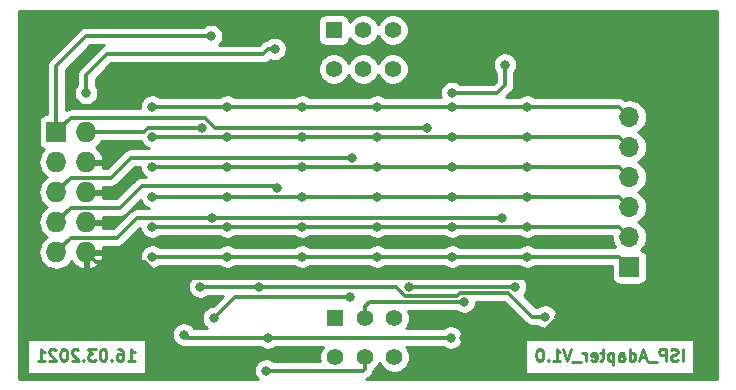
<source format=gbl>
G04 #@! TF.GenerationSoftware,KiCad,Pcbnew,(5.1.4)-1*
G04 #@! TF.CreationDate,2021-03-16T12:48:33+01:00*
G04 #@! TF.ProjectId,ISP_Adapter_V10,4953505f-4164-4617-9074-65725f563130,rev?*
G04 #@! TF.SameCoordinates,Original*
G04 #@! TF.FileFunction,Copper,L2,Bot*
G04 #@! TF.FilePolarity,Positive*
%FSLAX46Y46*%
G04 Gerber Fmt 4.6, Leading zero omitted, Abs format (unit mm)*
G04 Created by KiCad (PCBNEW (5.1.4)-1) date 2021-03-16 12:48:33*
%MOMM*%
%LPD*%
G04 APERTURE LIST*
%ADD10C,0.250000*%
%ADD11R,1.727200X1.727200*%
%ADD12O,1.727200X1.727200*%
%ADD13R,1.700000X1.700000*%
%ADD14O,1.700000X1.700000*%
%ADD15C,1.400000*%
%ADD16R,1.400000X1.400000*%
%ADD17C,0.800000*%
%ADD18C,0.300000*%
%ADD19C,0.254000*%
G04 APERTURE END LIST*
D10*
X138905809Y-72969380D02*
X139477238Y-72969380D01*
X139191523Y-72969380D02*
X139191523Y-71969380D01*
X139286761Y-72112238D01*
X139382000Y-72207476D01*
X139477238Y-72255095D01*
X138048666Y-71969380D02*
X138239142Y-71969380D01*
X138334380Y-72017000D01*
X138382000Y-72064619D01*
X138477238Y-72207476D01*
X138524857Y-72397952D01*
X138524857Y-72778904D01*
X138477238Y-72874142D01*
X138429619Y-72921761D01*
X138334380Y-72969380D01*
X138143904Y-72969380D01*
X138048666Y-72921761D01*
X138001047Y-72874142D01*
X137953428Y-72778904D01*
X137953428Y-72540809D01*
X138001047Y-72445571D01*
X138048666Y-72397952D01*
X138143904Y-72350333D01*
X138334380Y-72350333D01*
X138429619Y-72397952D01*
X138477238Y-72445571D01*
X138524857Y-72540809D01*
X137524857Y-72874142D02*
X137477238Y-72921761D01*
X137524857Y-72969380D01*
X137572476Y-72921761D01*
X137524857Y-72874142D01*
X137524857Y-72969380D01*
X136858190Y-71969380D02*
X136762952Y-71969380D01*
X136667714Y-72017000D01*
X136620095Y-72064619D01*
X136572476Y-72159857D01*
X136524857Y-72350333D01*
X136524857Y-72588428D01*
X136572476Y-72778904D01*
X136620095Y-72874142D01*
X136667714Y-72921761D01*
X136762952Y-72969380D01*
X136858190Y-72969380D01*
X136953428Y-72921761D01*
X137001047Y-72874142D01*
X137048666Y-72778904D01*
X137096285Y-72588428D01*
X137096285Y-72350333D01*
X137048666Y-72159857D01*
X137001047Y-72064619D01*
X136953428Y-72017000D01*
X136858190Y-71969380D01*
X136191523Y-71969380D02*
X135572476Y-71969380D01*
X135905809Y-72350333D01*
X135762952Y-72350333D01*
X135667714Y-72397952D01*
X135620095Y-72445571D01*
X135572476Y-72540809D01*
X135572476Y-72778904D01*
X135620095Y-72874142D01*
X135667714Y-72921761D01*
X135762952Y-72969380D01*
X136048666Y-72969380D01*
X136143904Y-72921761D01*
X136191523Y-72874142D01*
X135143904Y-72874142D02*
X135096285Y-72921761D01*
X135143904Y-72969380D01*
X135191523Y-72921761D01*
X135143904Y-72874142D01*
X135143904Y-72969380D01*
X134715333Y-72064619D02*
X134667714Y-72017000D01*
X134572476Y-71969380D01*
X134334380Y-71969380D01*
X134239142Y-72017000D01*
X134191523Y-72064619D01*
X134143904Y-72159857D01*
X134143904Y-72255095D01*
X134191523Y-72397952D01*
X134762952Y-72969380D01*
X134143904Y-72969380D01*
X133524857Y-71969380D02*
X133429619Y-71969380D01*
X133334380Y-72017000D01*
X133286761Y-72064619D01*
X133239142Y-72159857D01*
X133191523Y-72350333D01*
X133191523Y-72588428D01*
X133239142Y-72778904D01*
X133286761Y-72874142D01*
X133334380Y-72921761D01*
X133429619Y-72969380D01*
X133524857Y-72969380D01*
X133620095Y-72921761D01*
X133667714Y-72874142D01*
X133715333Y-72778904D01*
X133762952Y-72588428D01*
X133762952Y-72350333D01*
X133715333Y-72159857D01*
X133667714Y-72064619D01*
X133620095Y-72017000D01*
X133524857Y-71969380D01*
X132810571Y-72064619D02*
X132762952Y-72017000D01*
X132667714Y-71969380D01*
X132429619Y-71969380D01*
X132334380Y-72017000D01*
X132286761Y-72064619D01*
X132239142Y-72159857D01*
X132239142Y-72255095D01*
X132286761Y-72397952D01*
X132858190Y-72969380D01*
X132239142Y-72969380D01*
X131286761Y-72969380D02*
X131858190Y-72969380D01*
X131572476Y-72969380D02*
X131572476Y-71969380D01*
X131667714Y-72112238D01*
X131762952Y-72207476D01*
X131858190Y-72255095D01*
X185871666Y-72969380D02*
X185871666Y-71969380D01*
X185443095Y-72921761D02*
X185300238Y-72969380D01*
X185062142Y-72969380D01*
X184966904Y-72921761D01*
X184919285Y-72874142D01*
X184871666Y-72778904D01*
X184871666Y-72683666D01*
X184919285Y-72588428D01*
X184966904Y-72540809D01*
X185062142Y-72493190D01*
X185252619Y-72445571D01*
X185347857Y-72397952D01*
X185395476Y-72350333D01*
X185443095Y-72255095D01*
X185443095Y-72159857D01*
X185395476Y-72064619D01*
X185347857Y-72017000D01*
X185252619Y-71969380D01*
X185014523Y-71969380D01*
X184871666Y-72017000D01*
X184443095Y-72969380D02*
X184443095Y-71969380D01*
X184062142Y-71969380D01*
X183966904Y-72017000D01*
X183919285Y-72064619D01*
X183871666Y-72159857D01*
X183871666Y-72302714D01*
X183919285Y-72397952D01*
X183966904Y-72445571D01*
X184062142Y-72493190D01*
X184443095Y-72493190D01*
X183681190Y-73064619D02*
X182919285Y-73064619D01*
X182728809Y-72683666D02*
X182252619Y-72683666D01*
X182824047Y-72969380D02*
X182490714Y-71969380D01*
X182157380Y-72969380D01*
X181395476Y-72969380D02*
X181395476Y-71969380D01*
X181395476Y-72921761D02*
X181490714Y-72969380D01*
X181681190Y-72969380D01*
X181776428Y-72921761D01*
X181824047Y-72874142D01*
X181871666Y-72778904D01*
X181871666Y-72493190D01*
X181824047Y-72397952D01*
X181776428Y-72350333D01*
X181681190Y-72302714D01*
X181490714Y-72302714D01*
X181395476Y-72350333D01*
X180490714Y-72969380D02*
X180490714Y-72445571D01*
X180538333Y-72350333D01*
X180633571Y-72302714D01*
X180824047Y-72302714D01*
X180919285Y-72350333D01*
X180490714Y-72921761D02*
X180585952Y-72969380D01*
X180824047Y-72969380D01*
X180919285Y-72921761D01*
X180966904Y-72826523D01*
X180966904Y-72731285D01*
X180919285Y-72636047D01*
X180824047Y-72588428D01*
X180585952Y-72588428D01*
X180490714Y-72540809D01*
X180014523Y-72302714D02*
X180014523Y-73302714D01*
X180014523Y-72350333D02*
X179919285Y-72302714D01*
X179728809Y-72302714D01*
X179633571Y-72350333D01*
X179585952Y-72397952D01*
X179538333Y-72493190D01*
X179538333Y-72778904D01*
X179585952Y-72874142D01*
X179633571Y-72921761D01*
X179728809Y-72969380D01*
X179919285Y-72969380D01*
X180014523Y-72921761D01*
X179252619Y-72302714D02*
X178871666Y-72302714D01*
X179109761Y-71969380D02*
X179109761Y-72826523D01*
X179062142Y-72921761D01*
X178966904Y-72969380D01*
X178871666Y-72969380D01*
X178157380Y-72921761D02*
X178252619Y-72969380D01*
X178443095Y-72969380D01*
X178538333Y-72921761D01*
X178585952Y-72826523D01*
X178585952Y-72445571D01*
X178538333Y-72350333D01*
X178443095Y-72302714D01*
X178252619Y-72302714D01*
X178157380Y-72350333D01*
X178109761Y-72445571D01*
X178109761Y-72540809D01*
X178585952Y-72636047D01*
X177681190Y-72969380D02*
X177681190Y-72302714D01*
X177681190Y-72493190D02*
X177633571Y-72397952D01*
X177585952Y-72350333D01*
X177490714Y-72302714D01*
X177395476Y-72302714D01*
X177300238Y-73064619D02*
X176538333Y-73064619D01*
X176443095Y-71969380D02*
X176109761Y-72969380D01*
X175776428Y-71969380D01*
X174919285Y-72969380D02*
X175490714Y-72969380D01*
X175205000Y-72969380D02*
X175205000Y-71969380D01*
X175300238Y-72112238D01*
X175395476Y-72207476D01*
X175490714Y-72255095D01*
X174490714Y-72874142D02*
X174443095Y-72921761D01*
X174490714Y-72969380D01*
X174538333Y-72921761D01*
X174490714Y-72874142D01*
X174490714Y-72969380D01*
X173824047Y-71969380D02*
X173728809Y-71969380D01*
X173633571Y-72017000D01*
X173585952Y-72064619D01*
X173538333Y-72159857D01*
X173490714Y-72350333D01*
X173490714Y-72588428D01*
X173538333Y-72778904D01*
X173585952Y-72874142D01*
X173633571Y-72921761D01*
X173728809Y-72969380D01*
X173824047Y-72969380D01*
X173919285Y-72921761D01*
X173966904Y-72874142D01*
X174014523Y-72778904D01*
X174062142Y-72588428D01*
X174062142Y-72350333D01*
X174014523Y-72159857D01*
X173966904Y-72064619D01*
X173919285Y-72017000D01*
X173824047Y-71969380D01*
D11*
X132842000Y-53594000D03*
D12*
X135382000Y-53594000D03*
X132842000Y-56134000D03*
X135382000Y-56134000D03*
X132842000Y-58674000D03*
X135382000Y-58674000D03*
X132842000Y-61214000D03*
X135382000Y-61214000D03*
X132842000Y-63754000D03*
X135382000Y-63754000D03*
D13*
X181356000Y-65024000D03*
D14*
X181356000Y-62484000D03*
X181356000Y-59944000D03*
X181356000Y-57404000D03*
X181356000Y-54864000D03*
X181356000Y-52324000D03*
D15*
X161337000Y-48258000D03*
X158837000Y-48258000D03*
X156337000Y-48258000D03*
X161337000Y-44958000D03*
X158837000Y-44958000D03*
D16*
X156337000Y-44958000D03*
X156464000Y-69342000D03*
D15*
X158964000Y-69342000D03*
X161464000Y-69342000D03*
X156464000Y-72642000D03*
X158964000Y-72642000D03*
X161464000Y-72642000D03*
D17*
X140970000Y-51435000D03*
X147320000Y-51435000D03*
X153670000Y-51435000D03*
X160020000Y-51435000D03*
X166370000Y-51435000D03*
X172720000Y-51435000D03*
X140970000Y-53975000D03*
X147320000Y-53975000D03*
X153670000Y-53975000D03*
X160020000Y-53975000D03*
X166370000Y-53975000D03*
X172720000Y-53975000D03*
X140970000Y-56515000D03*
X147320000Y-56515000D03*
X153670000Y-56515000D03*
X160020000Y-56515000D03*
X166370000Y-56515000D03*
X172720000Y-56515000D03*
X140970000Y-59055000D03*
X153670000Y-59055000D03*
X147320000Y-59055000D03*
X160020000Y-59055000D03*
X166370000Y-59055000D03*
X172720000Y-59055000D03*
X140970000Y-61595000D03*
X147320000Y-61595000D03*
X153670000Y-61595000D03*
X160020000Y-61595000D03*
X166370000Y-61595000D03*
X172720000Y-61595000D03*
X140970000Y-64135000D03*
X160020000Y-64135000D03*
X153670000Y-64135000D03*
X147320000Y-64135000D03*
X166370000Y-64135000D03*
X172720000Y-64135000D03*
X164211000Y-53213000D03*
X166370000Y-50292000D03*
X170827000Y-47879000D03*
X162687000Y-66675000D03*
X171704000Y-66675000D03*
X146177000Y-69342000D03*
X157734000Y-67564000D03*
X145923000Y-45466000D03*
X145161000Y-53213000D03*
X151335500Y-46560500D03*
X135382000Y-50292000D03*
X150749000Y-70993000D03*
X143637000Y-70739000D03*
X166243000Y-70992998D03*
X166418500Y-46560500D03*
X175387000Y-47625000D03*
X175387000Y-69215000D03*
X167386000Y-70993000D03*
X154559000Y-47310500D03*
X157861000Y-55753000D03*
X151511000Y-58293000D03*
X149987000Y-66675000D03*
X174244000Y-69215000D03*
X145034000Y-66675000D03*
X170561000Y-60845000D03*
X146050000Y-60833000D03*
X167386000Y-67945000D03*
X150622000Y-73787000D03*
D18*
X180467000Y-51435000D02*
X181356000Y-52324000D01*
X140970000Y-51435000D02*
X147320000Y-51435000D01*
X147320000Y-51435000D02*
X153670000Y-51435000D01*
X153670000Y-51435000D02*
X160020000Y-51435000D01*
X160020000Y-51435000D02*
X166370000Y-51435000D01*
X166370000Y-51435000D02*
X172720000Y-51435000D01*
X172720000Y-51435000D02*
X180467000Y-51435000D01*
X180467000Y-53975000D02*
X181356000Y-54864000D01*
X140970000Y-53975000D02*
X147320000Y-53975000D01*
X147320000Y-53975000D02*
X153670000Y-53975000D01*
X153670000Y-53975000D02*
X160020000Y-53975000D01*
X160020000Y-53975000D02*
X166370000Y-53975000D01*
X166370000Y-53975000D02*
X172720000Y-53975000D01*
X172720000Y-53975000D02*
X180467000Y-53975000D01*
X180467000Y-56515000D02*
X181356000Y-57404000D01*
X140970000Y-56515000D02*
X147320000Y-56515000D01*
X147320000Y-56515000D02*
X153670000Y-56515000D01*
X153670000Y-56515000D02*
X160020000Y-56515000D01*
X160020000Y-56515000D02*
X166370000Y-56515000D01*
X166370000Y-56515000D02*
X172720000Y-56515000D01*
X172720000Y-56515000D02*
X180467000Y-56515000D01*
X180467000Y-59055000D02*
X181356000Y-59944000D01*
X140970000Y-59055000D02*
X147320000Y-59055000D01*
X147320000Y-59055000D02*
X153670000Y-59055000D01*
X153670000Y-59055000D02*
X160020000Y-59055000D01*
X160020000Y-59055000D02*
X166370000Y-59055000D01*
X166370000Y-59055000D02*
X172720000Y-59055000D01*
X172720000Y-59055000D02*
X180467000Y-59055000D01*
X180467000Y-61595000D02*
X181356000Y-62484000D01*
X140970000Y-61595000D02*
X147320000Y-61595000D01*
X147320000Y-61595000D02*
X153670000Y-61595000D01*
X153670000Y-61595000D02*
X160020000Y-61595000D01*
X160020000Y-61595000D02*
X166370000Y-61595000D01*
X166370000Y-61595000D02*
X172720000Y-61595000D01*
X172720000Y-61595000D02*
X180467000Y-61595000D01*
X180467000Y-64135000D02*
X181356000Y-65024000D01*
X153670000Y-64135000D02*
X160020000Y-64135000D01*
X140970000Y-64135000D02*
X147320000Y-64135000D01*
X147320000Y-64135000D02*
X153670000Y-64135000D01*
X160020000Y-64135000D02*
X166370000Y-64135000D01*
X166370000Y-64135000D02*
X172720000Y-64135000D01*
X172720000Y-64135000D02*
X180467000Y-64135000D01*
X132842000Y-53594000D02*
X132842000Y-52430400D01*
X169672000Y-50292000D02*
X170180000Y-50292000D01*
X166370000Y-50292000D02*
X169672000Y-50292000D01*
X170180000Y-50292000D02*
X170827000Y-49645000D01*
X170827000Y-49645000D02*
X170827000Y-47879000D01*
X162687000Y-66675000D02*
X171704000Y-66675000D01*
X146177000Y-69342000D02*
X147955000Y-67564000D01*
X147955000Y-67564000D02*
X157734000Y-67564000D01*
X145923000Y-45466000D02*
X135382000Y-45466000D01*
X132842000Y-48006000D02*
X132842000Y-53594000D01*
X135382000Y-45466000D02*
X132842000Y-48006000D01*
X146271002Y-53213000D02*
X164211000Y-53213000D01*
X145438401Y-52380399D02*
X146271002Y-53213000D01*
X132842000Y-53594000D02*
X134055601Y-52380399D01*
X134055601Y-52380399D02*
X145438401Y-52380399D01*
X136603314Y-53594000D02*
X135382000Y-53594000D01*
X140240998Y-53594000D02*
X136603314Y-53594000D01*
X140609999Y-53224999D02*
X140240998Y-53594000D01*
X141330001Y-53224999D02*
X140609999Y-53224999D01*
X141342000Y-53213000D02*
X141330001Y-53224999D01*
X145161000Y-53213000D02*
X141342000Y-53213000D01*
X150769815Y-46560500D02*
X150340315Y-46990000D01*
X151335500Y-46560500D02*
X150769815Y-46560500D01*
X150340315Y-46990000D02*
X137160000Y-46990000D01*
X137160000Y-46990000D02*
X135382000Y-48768000D01*
X135382000Y-48768000D02*
X135382000Y-50292000D01*
X143891000Y-70993000D02*
X143637000Y-70739000D01*
X150749000Y-70993000D02*
X143891000Y-70993000D01*
X150749000Y-70993000D02*
X166242998Y-70993000D01*
X166242998Y-70993000D02*
X166243000Y-70992998D01*
X166418500Y-46560500D02*
X174322500Y-46560500D01*
X174322500Y-46560500D02*
X175387000Y-47625000D01*
X140342597Y-64617599D02*
X141637998Y-65913000D01*
X135382000Y-63754000D02*
X136245599Y-64617599D01*
X136245599Y-64617599D02*
X140342597Y-64617599D01*
X141637998Y-65913000D02*
X173990000Y-65913000D01*
X175387000Y-67310000D02*
X175387000Y-69215000D01*
X173990000Y-65913000D02*
X175387000Y-67310000D01*
X175387000Y-69215000D02*
X173658148Y-70943852D01*
X173658148Y-70943852D02*
X167435148Y-70943852D01*
X167435148Y-70943852D02*
X167386000Y-70993000D01*
X166418500Y-46560500D02*
X155309000Y-46560500D01*
X155309000Y-46560500D02*
X154559000Y-47310500D01*
X134055601Y-57460399D02*
X137470399Y-57460399D01*
X132842000Y-58674000D02*
X134055601Y-57460399D01*
X137470399Y-57460399D02*
X139177798Y-55753000D01*
X139177798Y-55753000D02*
X157861000Y-55753000D01*
X134055601Y-60000399D02*
X138246601Y-60000399D01*
X132842000Y-61214000D02*
X134055601Y-60000399D01*
X138246601Y-60000399D02*
X140081000Y-58166000D01*
X140081000Y-58166000D02*
X151384000Y-58166000D01*
X151384000Y-58166000D02*
X151511000Y-58293000D01*
X171113997Y-67194999D02*
X173133998Y-69215000D01*
X167025999Y-67194999D02*
X171113997Y-67194999D01*
X166783998Y-67437000D02*
X167025999Y-67194999D01*
X162338998Y-67437000D02*
X166783998Y-67437000D01*
X149987000Y-66675000D02*
X161576998Y-66675000D01*
X161576998Y-66675000D02*
X162338998Y-67437000D01*
X173133998Y-69215000D02*
X174244000Y-69215000D01*
X145034000Y-66675000D02*
X149987000Y-66675000D01*
X134055601Y-62540399D02*
X137992601Y-62540399D01*
X132842000Y-63754000D02*
X134055601Y-62540399D01*
X137992601Y-62540399D02*
X139700000Y-60833000D01*
X170549000Y-60833000D02*
X170561000Y-60845000D01*
X139700000Y-60833000D02*
X146050000Y-60833000D01*
X146050000Y-60833000D02*
X170549000Y-60833000D01*
X158964000Y-68352051D02*
X159371051Y-67945000D01*
X158964000Y-69342000D02*
X158964000Y-68352051D01*
X159371051Y-67945000D02*
X167386000Y-67945000D01*
X158964000Y-73631949D02*
X158808949Y-73787000D01*
X158964000Y-72642000D02*
X158964000Y-73631949D01*
X158808949Y-73787000D02*
X150622000Y-73787000D01*
D19*
G36*
X188824001Y-74524000D02*
G01*
X159083626Y-74524000D01*
X159110809Y-74515754D01*
X159247182Y-74442862D01*
X159366713Y-74344764D01*
X159391296Y-74314810D01*
X159491810Y-74214296D01*
X159521764Y-74189713D01*
X159619862Y-74070182D01*
X159692754Y-73933809D01*
X159737641Y-73785836D01*
X159743458Y-73726773D01*
X159815013Y-73678962D01*
X160000962Y-73493013D01*
X160147061Y-73274359D01*
X160214000Y-73112754D01*
X160280939Y-73274359D01*
X160427038Y-73493013D01*
X160612987Y-73678962D01*
X160831641Y-73825061D01*
X161074595Y-73925696D01*
X161332514Y-73977000D01*
X161595486Y-73977000D01*
X161853405Y-73925696D01*
X162096359Y-73825061D01*
X162315013Y-73678962D01*
X162500962Y-73493013D01*
X162647061Y-73274359D01*
X162747696Y-73031405D01*
X162799000Y-72773486D01*
X162799000Y-72510514D01*
X162747696Y-72252595D01*
X162647061Y-72009641D01*
X162500962Y-71790987D01*
X162487975Y-71778000D01*
X165564291Y-71778000D01*
X165583226Y-71796935D01*
X165752744Y-71910203D01*
X165941102Y-71988224D01*
X166141061Y-72027998D01*
X166344939Y-72027998D01*
X166544898Y-71988224D01*
X166733256Y-71910203D01*
X166902774Y-71796935D01*
X167046937Y-71652772D01*
X167160205Y-71483254D01*
X167238226Y-71294896D01*
X167277092Y-71099500D01*
X172540238Y-71099500D01*
X172540238Y-74119500D01*
X186869762Y-74119500D01*
X186869762Y-71099500D01*
X172540238Y-71099500D01*
X167277092Y-71099500D01*
X167278000Y-71094937D01*
X167278000Y-70891059D01*
X167238226Y-70691100D01*
X167160205Y-70502742D01*
X167046937Y-70333224D01*
X166902774Y-70189061D01*
X166733256Y-70075793D01*
X166544898Y-69997772D01*
X166344939Y-69957998D01*
X166141061Y-69957998D01*
X165941102Y-69997772D01*
X165752744Y-70075793D01*
X165583226Y-70189061D01*
X165564287Y-70208000D01*
X162485975Y-70208000D01*
X162500962Y-70193013D01*
X162647061Y-69974359D01*
X162747696Y-69731405D01*
X162799000Y-69473486D01*
X162799000Y-69210514D01*
X162747696Y-68952595D01*
X162655494Y-68730000D01*
X166707289Y-68730000D01*
X166726226Y-68748937D01*
X166895744Y-68862205D01*
X167084102Y-68940226D01*
X167284061Y-68980000D01*
X167487939Y-68980000D01*
X167687898Y-68940226D01*
X167876256Y-68862205D01*
X168045774Y-68748937D01*
X168189937Y-68604774D01*
X168303205Y-68435256D01*
X168381226Y-68246898D01*
X168421000Y-68046939D01*
X168421000Y-67979999D01*
X170788840Y-67979999D01*
X172551651Y-69742810D01*
X172576234Y-69772764D01*
X172695765Y-69870862D01*
X172795826Y-69924345D01*
X172832138Y-69943754D01*
X172980111Y-69988642D01*
X173055024Y-69996020D01*
X173095437Y-70000000D01*
X173095442Y-70000000D01*
X173133998Y-70003797D01*
X173172554Y-70000000D01*
X173565289Y-70000000D01*
X173584226Y-70018937D01*
X173753744Y-70132205D01*
X173942102Y-70210226D01*
X174142061Y-70250000D01*
X174345939Y-70250000D01*
X174545898Y-70210226D01*
X174734256Y-70132205D01*
X174903774Y-70018937D01*
X175047937Y-69874774D01*
X175161205Y-69705256D01*
X175239226Y-69516898D01*
X175279000Y-69316939D01*
X175279000Y-69113061D01*
X175239226Y-68913102D01*
X175161205Y-68724744D01*
X175047937Y-68555226D01*
X174903774Y-68411063D01*
X174734256Y-68297795D01*
X174545898Y-68219774D01*
X174345939Y-68180000D01*
X174142061Y-68180000D01*
X173942102Y-68219774D01*
X173753744Y-68297795D01*
X173584226Y-68411063D01*
X173565289Y-68430000D01*
X173459155Y-68430000D01*
X172435933Y-67406778D01*
X172507937Y-67334774D01*
X172621205Y-67165256D01*
X172699226Y-66976898D01*
X172739000Y-66776939D01*
X172739000Y-66573061D01*
X172699226Y-66373102D01*
X172621205Y-66184744D01*
X172507937Y-66015226D01*
X172363774Y-65871063D01*
X172194256Y-65757795D01*
X172005898Y-65679774D01*
X171805939Y-65640000D01*
X171602061Y-65640000D01*
X171402102Y-65679774D01*
X171213744Y-65757795D01*
X171044226Y-65871063D01*
X171025289Y-65890000D01*
X163365711Y-65890000D01*
X163346774Y-65871063D01*
X163177256Y-65757795D01*
X162988898Y-65679774D01*
X162788939Y-65640000D01*
X162585061Y-65640000D01*
X162385102Y-65679774D01*
X162196744Y-65757795D01*
X162027226Y-65871063D01*
X161926551Y-65971738D01*
X161878858Y-65946246D01*
X161730885Y-65901359D01*
X161615559Y-65890000D01*
X161615551Y-65890000D01*
X161576998Y-65886203D01*
X161538445Y-65890000D01*
X150665711Y-65890000D01*
X150646774Y-65871063D01*
X150477256Y-65757795D01*
X150288898Y-65679774D01*
X150088939Y-65640000D01*
X149885061Y-65640000D01*
X149685102Y-65679774D01*
X149496744Y-65757795D01*
X149327226Y-65871063D01*
X149308289Y-65890000D01*
X145712711Y-65890000D01*
X145693774Y-65871063D01*
X145524256Y-65757795D01*
X145335898Y-65679774D01*
X145135939Y-65640000D01*
X144932061Y-65640000D01*
X144732102Y-65679774D01*
X144543744Y-65757795D01*
X144374226Y-65871063D01*
X144230063Y-66015226D01*
X144116795Y-66184744D01*
X144038774Y-66373102D01*
X143999000Y-66573061D01*
X143999000Y-66776939D01*
X144038774Y-66976898D01*
X144116795Y-67165256D01*
X144230063Y-67334774D01*
X144374226Y-67478937D01*
X144543744Y-67592205D01*
X144732102Y-67670226D01*
X144932061Y-67710000D01*
X145135939Y-67710000D01*
X145335898Y-67670226D01*
X145524256Y-67592205D01*
X145693774Y-67478937D01*
X145712711Y-67460000D01*
X146948843Y-67460000D01*
X146101843Y-68307000D01*
X146075061Y-68307000D01*
X145875102Y-68346774D01*
X145686744Y-68424795D01*
X145517226Y-68538063D01*
X145373063Y-68682226D01*
X145259795Y-68851744D01*
X145181774Y-69040102D01*
X145142000Y-69240061D01*
X145142000Y-69443939D01*
X145181774Y-69643898D01*
X145259795Y-69832256D01*
X145373063Y-70001774D01*
X145517226Y-70145937D01*
X145610110Y-70208000D01*
X144526981Y-70208000D01*
X144440937Y-70079226D01*
X144296774Y-69935063D01*
X144127256Y-69821795D01*
X143938898Y-69743774D01*
X143738939Y-69704000D01*
X143535061Y-69704000D01*
X143335102Y-69743774D01*
X143146744Y-69821795D01*
X142977226Y-69935063D01*
X142833063Y-70079226D01*
X142719795Y-70248744D01*
X142641774Y-70437102D01*
X142602000Y-70637061D01*
X142602000Y-70840939D01*
X142641774Y-71040898D01*
X142719795Y-71229256D01*
X142833063Y-71398774D01*
X142977226Y-71542937D01*
X143146744Y-71656205D01*
X143335102Y-71734226D01*
X143535061Y-71774000D01*
X143738939Y-71774000D01*
X143763078Y-71769198D01*
X143852439Y-71778000D01*
X143852446Y-71778000D01*
X143890999Y-71781797D01*
X143929552Y-71778000D01*
X150070289Y-71778000D01*
X150089226Y-71796937D01*
X150258744Y-71910205D01*
X150447102Y-71988226D01*
X150647061Y-72028000D01*
X150850939Y-72028000D01*
X151050898Y-71988226D01*
X151239256Y-71910205D01*
X151408774Y-71796937D01*
X151427711Y-71778000D01*
X155440025Y-71778000D01*
X155427038Y-71790987D01*
X155280939Y-72009641D01*
X155180304Y-72252595D01*
X155129000Y-72510514D01*
X155129000Y-72773486D01*
X155174455Y-73002000D01*
X151300711Y-73002000D01*
X151281774Y-72983063D01*
X151112256Y-72869795D01*
X150923898Y-72791774D01*
X150723939Y-72752000D01*
X150520061Y-72752000D01*
X150320102Y-72791774D01*
X150131744Y-72869795D01*
X149962226Y-72983063D01*
X149818063Y-73127226D01*
X149704795Y-73296744D01*
X149626774Y-73485102D01*
X149587000Y-73685061D01*
X149587000Y-73888939D01*
X149626774Y-74088898D01*
X149704795Y-74277256D01*
X149818063Y-74446774D01*
X149895289Y-74524000D01*
X129692000Y-74524000D01*
X129692000Y-71099500D01*
X130336286Y-71099500D01*
X130336286Y-74119500D01*
X140427715Y-74119500D01*
X140427715Y-71099500D01*
X130336286Y-71099500D01*
X129692000Y-71099500D01*
X129692000Y-56134000D01*
X131336149Y-56134000D01*
X131365084Y-56427777D01*
X131450775Y-56710264D01*
X131589931Y-56970606D01*
X131777203Y-57198797D01*
X132005394Y-57386069D01*
X132038940Y-57404000D01*
X132005394Y-57421931D01*
X131777203Y-57609203D01*
X131589931Y-57837394D01*
X131450775Y-58097736D01*
X131365084Y-58380223D01*
X131336149Y-58674000D01*
X131365084Y-58967777D01*
X131450775Y-59250264D01*
X131589931Y-59510606D01*
X131777203Y-59738797D01*
X132005394Y-59926069D01*
X132038940Y-59944000D01*
X132005394Y-59961931D01*
X131777203Y-60149203D01*
X131589931Y-60377394D01*
X131450775Y-60637736D01*
X131365084Y-60920223D01*
X131336149Y-61214000D01*
X131365084Y-61507777D01*
X131450775Y-61790264D01*
X131589931Y-62050606D01*
X131777203Y-62278797D01*
X132005394Y-62466069D01*
X132038940Y-62484000D01*
X132005394Y-62501931D01*
X131777203Y-62689203D01*
X131589931Y-62917394D01*
X131450775Y-63177736D01*
X131365084Y-63460223D01*
X131336149Y-63754000D01*
X131365084Y-64047777D01*
X131450775Y-64330264D01*
X131589931Y-64590606D01*
X131777203Y-64818797D01*
X132005394Y-65006069D01*
X132265736Y-65145225D01*
X132548223Y-65230916D01*
X132768381Y-65252600D01*
X132915619Y-65252600D01*
X133135777Y-65230916D01*
X133418264Y-65145225D01*
X133678606Y-65006069D01*
X133906797Y-64818797D01*
X134094069Y-64590606D01*
X134115470Y-64550567D01*
X134275146Y-64764293D01*
X134493512Y-64960817D01*
X134746022Y-65110964D01*
X135022973Y-65208963D01*
X135255000Y-65088464D01*
X135255000Y-63881000D01*
X135509000Y-63881000D01*
X135509000Y-65088464D01*
X135741027Y-65208963D01*
X136017978Y-65110964D01*
X136270488Y-64960817D01*
X136488854Y-64764293D01*
X136664684Y-64528944D01*
X136791222Y-64263814D01*
X136836958Y-64113026D01*
X136715817Y-63881000D01*
X135509000Y-63881000D01*
X135255000Y-63881000D01*
X135235000Y-63881000D01*
X135235000Y-63627000D01*
X135255000Y-63627000D01*
X135255000Y-63607000D01*
X135509000Y-63607000D01*
X135509000Y-63627000D01*
X136715817Y-63627000D01*
X136836958Y-63394974D01*
X136815855Y-63325399D01*
X137954048Y-63325399D01*
X137992601Y-63329196D01*
X138031154Y-63325399D01*
X138031162Y-63325399D01*
X138146488Y-63314040D01*
X138294461Y-63269153D01*
X138430834Y-63196261D01*
X138550365Y-63098163D01*
X138574948Y-63068209D01*
X139936861Y-61706296D01*
X139974774Y-61896898D01*
X140052795Y-62085256D01*
X140166063Y-62254774D01*
X140310226Y-62398937D01*
X140479744Y-62512205D01*
X140668102Y-62590226D01*
X140868061Y-62630000D01*
X141071939Y-62630000D01*
X141271898Y-62590226D01*
X141460256Y-62512205D01*
X141629774Y-62398937D01*
X141648711Y-62380000D01*
X146641289Y-62380000D01*
X146660226Y-62398937D01*
X146829744Y-62512205D01*
X147018102Y-62590226D01*
X147218061Y-62630000D01*
X147421939Y-62630000D01*
X147621898Y-62590226D01*
X147810256Y-62512205D01*
X147979774Y-62398937D01*
X147998711Y-62380000D01*
X152991289Y-62380000D01*
X153010226Y-62398937D01*
X153179744Y-62512205D01*
X153368102Y-62590226D01*
X153568061Y-62630000D01*
X153771939Y-62630000D01*
X153971898Y-62590226D01*
X154160256Y-62512205D01*
X154329774Y-62398937D01*
X154348711Y-62380000D01*
X159341289Y-62380000D01*
X159360226Y-62398937D01*
X159529744Y-62512205D01*
X159718102Y-62590226D01*
X159918061Y-62630000D01*
X160121939Y-62630000D01*
X160321898Y-62590226D01*
X160510256Y-62512205D01*
X160679774Y-62398937D01*
X160698711Y-62380000D01*
X165691289Y-62380000D01*
X165710226Y-62398937D01*
X165879744Y-62512205D01*
X166068102Y-62590226D01*
X166268061Y-62630000D01*
X166471939Y-62630000D01*
X166671898Y-62590226D01*
X166860256Y-62512205D01*
X167029774Y-62398937D01*
X167048711Y-62380000D01*
X172041289Y-62380000D01*
X172060226Y-62398937D01*
X172229744Y-62512205D01*
X172418102Y-62590226D01*
X172618061Y-62630000D01*
X172821939Y-62630000D01*
X173021898Y-62590226D01*
X173210256Y-62512205D01*
X173379774Y-62398937D01*
X173398711Y-62380000D01*
X179874058Y-62380000D01*
X179863815Y-62484000D01*
X179892487Y-62775111D01*
X179977401Y-63055034D01*
X180115294Y-63313014D01*
X180145648Y-63350000D01*
X173398711Y-63350000D01*
X173379774Y-63331063D01*
X173210256Y-63217795D01*
X173021898Y-63139774D01*
X172821939Y-63100000D01*
X172618061Y-63100000D01*
X172418102Y-63139774D01*
X172229744Y-63217795D01*
X172060226Y-63331063D01*
X172041289Y-63350000D01*
X167048711Y-63350000D01*
X167029774Y-63331063D01*
X166860256Y-63217795D01*
X166671898Y-63139774D01*
X166471939Y-63100000D01*
X166268061Y-63100000D01*
X166068102Y-63139774D01*
X165879744Y-63217795D01*
X165710226Y-63331063D01*
X165691289Y-63350000D01*
X160698711Y-63350000D01*
X160679774Y-63331063D01*
X160510256Y-63217795D01*
X160321898Y-63139774D01*
X160121939Y-63100000D01*
X159918061Y-63100000D01*
X159718102Y-63139774D01*
X159529744Y-63217795D01*
X159360226Y-63331063D01*
X159341289Y-63350000D01*
X154348711Y-63350000D01*
X154329774Y-63331063D01*
X154160256Y-63217795D01*
X153971898Y-63139774D01*
X153771939Y-63100000D01*
X153568061Y-63100000D01*
X153368102Y-63139774D01*
X153179744Y-63217795D01*
X153010226Y-63331063D01*
X152991289Y-63350000D01*
X147998711Y-63350000D01*
X147979774Y-63331063D01*
X147810256Y-63217795D01*
X147621898Y-63139774D01*
X147421939Y-63100000D01*
X147218061Y-63100000D01*
X147018102Y-63139774D01*
X146829744Y-63217795D01*
X146660226Y-63331063D01*
X146641289Y-63350000D01*
X141648711Y-63350000D01*
X141629774Y-63331063D01*
X141460256Y-63217795D01*
X141271898Y-63139774D01*
X141071939Y-63100000D01*
X140868061Y-63100000D01*
X140668102Y-63139774D01*
X140479744Y-63217795D01*
X140310226Y-63331063D01*
X140166063Y-63475226D01*
X140052795Y-63644744D01*
X139974774Y-63833102D01*
X139935000Y-64033061D01*
X139935000Y-64236939D01*
X139974774Y-64436898D01*
X140052795Y-64625256D01*
X140166063Y-64794774D01*
X140310226Y-64938937D01*
X140479744Y-65052205D01*
X140668102Y-65130226D01*
X140868061Y-65170000D01*
X141071939Y-65170000D01*
X141271898Y-65130226D01*
X141460256Y-65052205D01*
X141629774Y-64938937D01*
X141648711Y-64920000D01*
X146641289Y-64920000D01*
X146660226Y-64938937D01*
X146829744Y-65052205D01*
X147018102Y-65130226D01*
X147218061Y-65170000D01*
X147421939Y-65170000D01*
X147621898Y-65130226D01*
X147810256Y-65052205D01*
X147979774Y-64938937D01*
X147998711Y-64920000D01*
X152991289Y-64920000D01*
X153010226Y-64938937D01*
X153179744Y-65052205D01*
X153368102Y-65130226D01*
X153568061Y-65170000D01*
X153771939Y-65170000D01*
X153971898Y-65130226D01*
X154160256Y-65052205D01*
X154329774Y-64938937D01*
X154348711Y-64920000D01*
X159341289Y-64920000D01*
X159360226Y-64938937D01*
X159529744Y-65052205D01*
X159718102Y-65130226D01*
X159918061Y-65170000D01*
X160121939Y-65170000D01*
X160321898Y-65130226D01*
X160510256Y-65052205D01*
X160679774Y-64938937D01*
X160698711Y-64920000D01*
X165691289Y-64920000D01*
X165710226Y-64938937D01*
X165879744Y-65052205D01*
X166068102Y-65130226D01*
X166268061Y-65170000D01*
X166471939Y-65170000D01*
X166671898Y-65130226D01*
X166860256Y-65052205D01*
X167029774Y-64938937D01*
X167048711Y-64920000D01*
X172041289Y-64920000D01*
X172060226Y-64938937D01*
X172229744Y-65052205D01*
X172418102Y-65130226D01*
X172618061Y-65170000D01*
X172821939Y-65170000D01*
X173021898Y-65130226D01*
X173210256Y-65052205D01*
X173379774Y-64938937D01*
X173398711Y-64920000D01*
X179867928Y-64920000D01*
X179867928Y-65874000D01*
X179880188Y-65998482D01*
X179916498Y-66118180D01*
X179975463Y-66228494D01*
X180054815Y-66325185D01*
X180151506Y-66404537D01*
X180261820Y-66463502D01*
X180381518Y-66499812D01*
X180506000Y-66512072D01*
X182206000Y-66512072D01*
X182330482Y-66499812D01*
X182450180Y-66463502D01*
X182560494Y-66404537D01*
X182657185Y-66325185D01*
X182736537Y-66228494D01*
X182795502Y-66118180D01*
X182831812Y-65998482D01*
X182844072Y-65874000D01*
X182844072Y-64174000D01*
X182831812Y-64049518D01*
X182795502Y-63929820D01*
X182736537Y-63819506D01*
X182657185Y-63722815D01*
X182560494Y-63643463D01*
X182450180Y-63584498D01*
X182381313Y-63563607D01*
X182411134Y-63539134D01*
X182596706Y-63313014D01*
X182734599Y-63055034D01*
X182819513Y-62775111D01*
X182848185Y-62484000D01*
X182819513Y-62192889D01*
X182734599Y-61912966D01*
X182596706Y-61654986D01*
X182411134Y-61428866D01*
X182185014Y-61243294D01*
X182130209Y-61214000D01*
X182185014Y-61184706D01*
X182411134Y-60999134D01*
X182596706Y-60773014D01*
X182734599Y-60515034D01*
X182819513Y-60235111D01*
X182848185Y-59944000D01*
X182819513Y-59652889D01*
X182734599Y-59372966D01*
X182596706Y-59114986D01*
X182411134Y-58888866D01*
X182185014Y-58703294D01*
X182130209Y-58674000D01*
X182185014Y-58644706D01*
X182411134Y-58459134D01*
X182596706Y-58233014D01*
X182734599Y-57975034D01*
X182819513Y-57695111D01*
X182848185Y-57404000D01*
X182819513Y-57112889D01*
X182734599Y-56832966D01*
X182596706Y-56574986D01*
X182411134Y-56348866D01*
X182185014Y-56163294D01*
X182130209Y-56134000D01*
X182185014Y-56104706D01*
X182411134Y-55919134D01*
X182596706Y-55693014D01*
X182734599Y-55435034D01*
X182819513Y-55155111D01*
X182848185Y-54864000D01*
X182819513Y-54572889D01*
X182734599Y-54292966D01*
X182596706Y-54034986D01*
X182411134Y-53808866D01*
X182185014Y-53623294D01*
X182130209Y-53594000D01*
X182185014Y-53564706D01*
X182411134Y-53379134D01*
X182596706Y-53153014D01*
X182734599Y-52895034D01*
X182819513Y-52615111D01*
X182848185Y-52324000D01*
X182819513Y-52032889D01*
X182734599Y-51752966D01*
X182596706Y-51494986D01*
X182411134Y-51268866D01*
X182185014Y-51083294D01*
X181927034Y-50945401D01*
X181647111Y-50860487D01*
X181428950Y-50839000D01*
X181283050Y-50839000D01*
X181064889Y-50860487D01*
X181020692Y-50873894D01*
X180905233Y-50779138D01*
X180768860Y-50706246D01*
X180620887Y-50661359D01*
X180505561Y-50650000D01*
X180505553Y-50650000D01*
X180467000Y-50646203D01*
X180428447Y-50650000D01*
X173398711Y-50650000D01*
X173379774Y-50631063D01*
X173210256Y-50517795D01*
X173021898Y-50439774D01*
X172821939Y-50400000D01*
X172618061Y-50400000D01*
X172418102Y-50439774D01*
X172229744Y-50517795D01*
X172060226Y-50631063D01*
X172041289Y-50650000D01*
X170932157Y-50650000D01*
X171354816Y-50227341D01*
X171384764Y-50202764D01*
X171482862Y-50083233D01*
X171555754Y-49946860D01*
X171583993Y-49853768D01*
X171600641Y-49798888D01*
X171604059Y-49764188D01*
X171612000Y-49683561D01*
X171612000Y-49683554D01*
X171615797Y-49645001D01*
X171612000Y-49606448D01*
X171612000Y-48557711D01*
X171630937Y-48538774D01*
X171744205Y-48369256D01*
X171822226Y-48180898D01*
X171862000Y-47980939D01*
X171862000Y-47777061D01*
X171822226Y-47577102D01*
X171744205Y-47388744D01*
X171630937Y-47219226D01*
X171486774Y-47075063D01*
X171317256Y-46961795D01*
X171128898Y-46883774D01*
X170928939Y-46844000D01*
X170725061Y-46844000D01*
X170525102Y-46883774D01*
X170336744Y-46961795D01*
X170167226Y-47075063D01*
X170023063Y-47219226D01*
X169909795Y-47388744D01*
X169831774Y-47577102D01*
X169792000Y-47777061D01*
X169792000Y-47980939D01*
X169831774Y-48180898D01*
X169909795Y-48369256D01*
X170023063Y-48538774D01*
X170042001Y-48557712D01*
X170042000Y-49319842D01*
X169854843Y-49507000D01*
X167048711Y-49507000D01*
X167029774Y-49488063D01*
X166860256Y-49374795D01*
X166671898Y-49296774D01*
X166471939Y-49257000D01*
X166268061Y-49257000D01*
X166068102Y-49296774D01*
X165879744Y-49374795D01*
X165710226Y-49488063D01*
X165566063Y-49632226D01*
X165452795Y-49801744D01*
X165374774Y-49990102D01*
X165335000Y-50190061D01*
X165335000Y-50393939D01*
X165374774Y-50593898D01*
X165398012Y-50650000D01*
X160698711Y-50650000D01*
X160679774Y-50631063D01*
X160510256Y-50517795D01*
X160321898Y-50439774D01*
X160121939Y-50400000D01*
X159918061Y-50400000D01*
X159718102Y-50439774D01*
X159529744Y-50517795D01*
X159360226Y-50631063D01*
X159341289Y-50650000D01*
X154348711Y-50650000D01*
X154329774Y-50631063D01*
X154160256Y-50517795D01*
X153971898Y-50439774D01*
X153771939Y-50400000D01*
X153568061Y-50400000D01*
X153368102Y-50439774D01*
X153179744Y-50517795D01*
X153010226Y-50631063D01*
X152991289Y-50650000D01*
X147998711Y-50650000D01*
X147979774Y-50631063D01*
X147810256Y-50517795D01*
X147621898Y-50439774D01*
X147421939Y-50400000D01*
X147218061Y-50400000D01*
X147018102Y-50439774D01*
X146829744Y-50517795D01*
X146660226Y-50631063D01*
X146641289Y-50650000D01*
X141648711Y-50650000D01*
X141629774Y-50631063D01*
X141460256Y-50517795D01*
X141271898Y-50439774D01*
X141071939Y-50400000D01*
X140868061Y-50400000D01*
X140668102Y-50439774D01*
X140479744Y-50517795D01*
X140310226Y-50631063D01*
X140166063Y-50775226D01*
X140052795Y-50944744D01*
X139974774Y-51133102D01*
X139935000Y-51333061D01*
X139935000Y-51536939D01*
X139946628Y-51595399D01*
X134094154Y-51595399D01*
X134055601Y-51591602D01*
X134017048Y-51595399D01*
X134017040Y-51595399D01*
X133901714Y-51606758D01*
X133753741Y-51651645D01*
X133627000Y-51719389D01*
X133627000Y-48331157D01*
X135707158Y-46251000D01*
X136891916Y-46251000D01*
X136858140Y-46261246D01*
X136721767Y-46334138D01*
X136602236Y-46432236D01*
X136577655Y-46462188D01*
X134854190Y-48185653D01*
X134824236Y-48210236D01*
X134726138Y-48329768D01*
X134653246Y-48466141D01*
X134608359Y-48614114D01*
X134597000Y-48729440D01*
X134597000Y-48729447D01*
X134593203Y-48768000D01*
X134597000Y-48806553D01*
X134597001Y-49613288D01*
X134578063Y-49632226D01*
X134464795Y-49801744D01*
X134386774Y-49990102D01*
X134347000Y-50190061D01*
X134347000Y-50393939D01*
X134386774Y-50593898D01*
X134464795Y-50782256D01*
X134578063Y-50951774D01*
X134722226Y-51095937D01*
X134891744Y-51209205D01*
X135080102Y-51287226D01*
X135280061Y-51327000D01*
X135483939Y-51327000D01*
X135683898Y-51287226D01*
X135872256Y-51209205D01*
X136041774Y-51095937D01*
X136185937Y-50951774D01*
X136299205Y-50782256D01*
X136377226Y-50593898D01*
X136417000Y-50393939D01*
X136417000Y-50190061D01*
X136377226Y-49990102D01*
X136299205Y-49801744D01*
X136185937Y-49632226D01*
X136167000Y-49613289D01*
X136167000Y-49093157D01*
X137133643Y-48126514D01*
X155002000Y-48126514D01*
X155002000Y-48389486D01*
X155053304Y-48647405D01*
X155153939Y-48890359D01*
X155300038Y-49109013D01*
X155485987Y-49294962D01*
X155704641Y-49441061D01*
X155947595Y-49541696D01*
X156205514Y-49593000D01*
X156468486Y-49593000D01*
X156726405Y-49541696D01*
X156969359Y-49441061D01*
X157188013Y-49294962D01*
X157373962Y-49109013D01*
X157520061Y-48890359D01*
X157587000Y-48728754D01*
X157653939Y-48890359D01*
X157800038Y-49109013D01*
X157985987Y-49294962D01*
X158204641Y-49441061D01*
X158447595Y-49541696D01*
X158705514Y-49593000D01*
X158968486Y-49593000D01*
X159226405Y-49541696D01*
X159469359Y-49441061D01*
X159688013Y-49294962D01*
X159873962Y-49109013D01*
X160020061Y-48890359D01*
X160087000Y-48728754D01*
X160153939Y-48890359D01*
X160300038Y-49109013D01*
X160485987Y-49294962D01*
X160704641Y-49441061D01*
X160947595Y-49541696D01*
X161205514Y-49593000D01*
X161468486Y-49593000D01*
X161726405Y-49541696D01*
X161969359Y-49441061D01*
X162188013Y-49294962D01*
X162373962Y-49109013D01*
X162520061Y-48890359D01*
X162620696Y-48647405D01*
X162672000Y-48389486D01*
X162672000Y-48126514D01*
X162620696Y-47868595D01*
X162520061Y-47625641D01*
X162373962Y-47406987D01*
X162188013Y-47221038D01*
X161969359Y-47074939D01*
X161726405Y-46974304D01*
X161468486Y-46923000D01*
X161205514Y-46923000D01*
X160947595Y-46974304D01*
X160704641Y-47074939D01*
X160485987Y-47221038D01*
X160300038Y-47406987D01*
X160153939Y-47625641D01*
X160087000Y-47787246D01*
X160020061Y-47625641D01*
X159873962Y-47406987D01*
X159688013Y-47221038D01*
X159469359Y-47074939D01*
X159226405Y-46974304D01*
X158968486Y-46923000D01*
X158705514Y-46923000D01*
X158447595Y-46974304D01*
X158204641Y-47074939D01*
X157985987Y-47221038D01*
X157800038Y-47406987D01*
X157653939Y-47625641D01*
X157587000Y-47787246D01*
X157520061Y-47625641D01*
X157373962Y-47406987D01*
X157188013Y-47221038D01*
X156969359Y-47074939D01*
X156726405Y-46974304D01*
X156468486Y-46923000D01*
X156205514Y-46923000D01*
X155947595Y-46974304D01*
X155704641Y-47074939D01*
X155485987Y-47221038D01*
X155300038Y-47406987D01*
X155153939Y-47625641D01*
X155053304Y-47868595D01*
X155002000Y-48126514D01*
X137133643Y-48126514D01*
X137485157Y-47775000D01*
X150301762Y-47775000D01*
X150340315Y-47778797D01*
X150378868Y-47775000D01*
X150378876Y-47775000D01*
X150494202Y-47763641D01*
X150642175Y-47718754D01*
X150778548Y-47645862D01*
X150898079Y-47547764D01*
X150922662Y-47517810D01*
X150928345Y-47512127D01*
X151033602Y-47555726D01*
X151233561Y-47595500D01*
X151437439Y-47595500D01*
X151637398Y-47555726D01*
X151825756Y-47477705D01*
X151995274Y-47364437D01*
X152139437Y-47220274D01*
X152252705Y-47050756D01*
X152330726Y-46862398D01*
X152370500Y-46662439D01*
X152370500Y-46458561D01*
X152330726Y-46258602D01*
X152252705Y-46070244D01*
X152139437Y-45900726D01*
X151995274Y-45756563D01*
X151825756Y-45643295D01*
X151637398Y-45565274D01*
X151437439Y-45525500D01*
X151233561Y-45525500D01*
X151033602Y-45565274D01*
X150845244Y-45643295D01*
X150675726Y-45756563D01*
X150648654Y-45783635D01*
X150615928Y-45786858D01*
X150467955Y-45831746D01*
X150331582Y-45904638D01*
X150212051Y-46002736D01*
X150187464Y-46032695D01*
X150015159Y-46205000D01*
X146647711Y-46205000D01*
X146726937Y-46125774D01*
X146840205Y-45956256D01*
X146918226Y-45767898D01*
X146958000Y-45567939D01*
X146958000Y-45364061D01*
X146918226Y-45164102D01*
X146840205Y-44975744D01*
X146726937Y-44806226D01*
X146582774Y-44662063D01*
X146413256Y-44548795D01*
X146224898Y-44470774D01*
X146024939Y-44431000D01*
X145821061Y-44431000D01*
X145621102Y-44470774D01*
X145432744Y-44548795D01*
X145263226Y-44662063D01*
X145244289Y-44681000D01*
X135420552Y-44681000D01*
X135381999Y-44677203D01*
X135343446Y-44681000D01*
X135343439Y-44681000D01*
X135242490Y-44690943D01*
X135228112Y-44692359D01*
X135193672Y-44702806D01*
X135080140Y-44737246D01*
X134943767Y-44810138D01*
X134883559Y-44859550D01*
X134854187Y-44883655D01*
X134854184Y-44883658D01*
X134824236Y-44908236D01*
X134799658Y-44938184D01*
X132314190Y-47423653D01*
X132284236Y-47448236D01*
X132186138Y-47567768D01*
X132113246Y-47704141D01*
X132068359Y-47852114D01*
X132057000Y-47967440D01*
X132057000Y-47967447D01*
X132053203Y-48006000D01*
X132057000Y-48044553D01*
X132057001Y-52092328D01*
X131978400Y-52092328D01*
X131853918Y-52104588D01*
X131734220Y-52140898D01*
X131623906Y-52199863D01*
X131527215Y-52279215D01*
X131447863Y-52375906D01*
X131388898Y-52486220D01*
X131352588Y-52605918D01*
X131340328Y-52730400D01*
X131340328Y-54457600D01*
X131352588Y-54582082D01*
X131388898Y-54701780D01*
X131447863Y-54812094D01*
X131527215Y-54908785D01*
X131623906Y-54988137D01*
X131734220Y-55047102D01*
X131785265Y-55062586D01*
X131777203Y-55069203D01*
X131589931Y-55297394D01*
X131450775Y-55557736D01*
X131365084Y-55840223D01*
X131336149Y-56134000D01*
X129692000Y-56134000D01*
X129692000Y-44258000D01*
X154998928Y-44258000D01*
X154998928Y-45658000D01*
X155011188Y-45782482D01*
X155047498Y-45902180D01*
X155106463Y-46012494D01*
X155185815Y-46109185D01*
X155282506Y-46188537D01*
X155392820Y-46247502D01*
X155512518Y-46283812D01*
X155637000Y-46296072D01*
X157037000Y-46296072D01*
X157161482Y-46283812D01*
X157281180Y-46247502D01*
X157391494Y-46188537D01*
X157488185Y-46109185D01*
X157567537Y-46012494D01*
X157626502Y-45902180D01*
X157662812Y-45782482D01*
X157675072Y-45658000D01*
X157675072Y-45621987D01*
X157800038Y-45809013D01*
X157985987Y-45994962D01*
X158204641Y-46141061D01*
X158447595Y-46241696D01*
X158705514Y-46293000D01*
X158968486Y-46293000D01*
X159226405Y-46241696D01*
X159469359Y-46141061D01*
X159688013Y-45994962D01*
X159873962Y-45809013D01*
X160020061Y-45590359D01*
X160087000Y-45428754D01*
X160153939Y-45590359D01*
X160300038Y-45809013D01*
X160485987Y-45994962D01*
X160704641Y-46141061D01*
X160947595Y-46241696D01*
X161205514Y-46293000D01*
X161468486Y-46293000D01*
X161726405Y-46241696D01*
X161969359Y-46141061D01*
X162188013Y-45994962D01*
X162373962Y-45809013D01*
X162520061Y-45590359D01*
X162620696Y-45347405D01*
X162672000Y-45089486D01*
X162672000Y-44826514D01*
X162620696Y-44568595D01*
X162520061Y-44325641D01*
X162373962Y-44106987D01*
X162188013Y-43921038D01*
X161969359Y-43774939D01*
X161726405Y-43674304D01*
X161468486Y-43623000D01*
X161205514Y-43623000D01*
X160947595Y-43674304D01*
X160704641Y-43774939D01*
X160485987Y-43921038D01*
X160300038Y-44106987D01*
X160153939Y-44325641D01*
X160087000Y-44487246D01*
X160020061Y-44325641D01*
X159873962Y-44106987D01*
X159688013Y-43921038D01*
X159469359Y-43774939D01*
X159226405Y-43674304D01*
X158968486Y-43623000D01*
X158705514Y-43623000D01*
X158447595Y-43674304D01*
X158204641Y-43774939D01*
X157985987Y-43921038D01*
X157800038Y-44106987D01*
X157675072Y-44294013D01*
X157675072Y-44258000D01*
X157662812Y-44133518D01*
X157626502Y-44013820D01*
X157567537Y-43903506D01*
X157488185Y-43806815D01*
X157391494Y-43727463D01*
X157281180Y-43668498D01*
X157161482Y-43632188D01*
X157037000Y-43619928D01*
X155637000Y-43619928D01*
X155512518Y-43632188D01*
X155392820Y-43668498D01*
X155282506Y-43727463D01*
X155185815Y-43806815D01*
X155106463Y-43903506D01*
X155047498Y-44013820D01*
X155011188Y-44133518D01*
X154998928Y-44258000D01*
X129692000Y-44258000D01*
X129692000Y-43332000D01*
X188824000Y-43332000D01*
X188824001Y-74524000D01*
X188824001Y-74524000D01*
G37*
X188824001Y-74524000D02*
X159083626Y-74524000D01*
X159110809Y-74515754D01*
X159247182Y-74442862D01*
X159366713Y-74344764D01*
X159391296Y-74314810D01*
X159491810Y-74214296D01*
X159521764Y-74189713D01*
X159619862Y-74070182D01*
X159692754Y-73933809D01*
X159737641Y-73785836D01*
X159743458Y-73726773D01*
X159815013Y-73678962D01*
X160000962Y-73493013D01*
X160147061Y-73274359D01*
X160214000Y-73112754D01*
X160280939Y-73274359D01*
X160427038Y-73493013D01*
X160612987Y-73678962D01*
X160831641Y-73825061D01*
X161074595Y-73925696D01*
X161332514Y-73977000D01*
X161595486Y-73977000D01*
X161853405Y-73925696D01*
X162096359Y-73825061D01*
X162315013Y-73678962D01*
X162500962Y-73493013D01*
X162647061Y-73274359D01*
X162747696Y-73031405D01*
X162799000Y-72773486D01*
X162799000Y-72510514D01*
X162747696Y-72252595D01*
X162647061Y-72009641D01*
X162500962Y-71790987D01*
X162487975Y-71778000D01*
X165564291Y-71778000D01*
X165583226Y-71796935D01*
X165752744Y-71910203D01*
X165941102Y-71988224D01*
X166141061Y-72027998D01*
X166344939Y-72027998D01*
X166544898Y-71988224D01*
X166733256Y-71910203D01*
X166902774Y-71796935D01*
X167046937Y-71652772D01*
X167160205Y-71483254D01*
X167238226Y-71294896D01*
X167277092Y-71099500D01*
X172540238Y-71099500D01*
X172540238Y-74119500D01*
X186869762Y-74119500D01*
X186869762Y-71099500D01*
X172540238Y-71099500D01*
X167277092Y-71099500D01*
X167278000Y-71094937D01*
X167278000Y-70891059D01*
X167238226Y-70691100D01*
X167160205Y-70502742D01*
X167046937Y-70333224D01*
X166902774Y-70189061D01*
X166733256Y-70075793D01*
X166544898Y-69997772D01*
X166344939Y-69957998D01*
X166141061Y-69957998D01*
X165941102Y-69997772D01*
X165752744Y-70075793D01*
X165583226Y-70189061D01*
X165564287Y-70208000D01*
X162485975Y-70208000D01*
X162500962Y-70193013D01*
X162647061Y-69974359D01*
X162747696Y-69731405D01*
X162799000Y-69473486D01*
X162799000Y-69210514D01*
X162747696Y-68952595D01*
X162655494Y-68730000D01*
X166707289Y-68730000D01*
X166726226Y-68748937D01*
X166895744Y-68862205D01*
X167084102Y-68940226D01*
X167284061Y-68980000D01*
X167487939Y-68980000D01*
X167687898Y-68940226D01*
X167876256Y-68862205D01*
X168045774Y-68748937D01*
X168189937Y-68604774D01*
X168303205Y-68435256D01*
X168381226Y-68246898D01*
X168421000Y-68046939D01*
X168421000Y-67979999D01*
X170788840Y-67979999D01*
X172551651Y-69742810D01*
X172576234Y-69772764D01*
X172695765Y-69870862D01*
X172795826Y-69924345D01*
X172832138Y-69943754D01*
X172980111Y-69988642D01*
X173055024Y-69996020D01*
X173095437Y-70000000D01*
X173095442Y-70000000D01*
X173133998Y-70003797D01*
X173172554Y-70000000D01*
X173565289Y-70000000D01*
X173584226Y-70018937D01*
X173753744Y-70132205D01*
X173942102Y-70210226D01*
X174142061Y-70250000D01*
X174345939Y-70250000D01*
X174545898Y-70210226D01*
X174734256Y-70132205D01*
X174903774Y-70018937D01*
X175047937Y-69874774D01*
X175161205Y-69705256D01*
X175239226Y-69516898D01*
X175279000Y-69316939D01*
X175279000Y-69113061D01*
X175239226Y-68913102D01*
X175161205Y-68724744D01*
X175047937Y-68555226D01*
X174903774Y-68411063D01*
X174734256Y-68297795D01*
X174545898Y-68219774D01*
X174345939Y-68180000D01*
X174142061Y-68180000D01*
X173942102Y-68219774D01*
X173753744Y-68297795D01*
X173584226Y-68411063D01*
X173565289Y-68430000D01*
X173459155Y-68430000D01*
X172435933Y-67406778D01*
X172507937Y-67334774D01*
X172621205Y-67165256D01*
X172699226Y-66976898D01*
X172739000Y-66776939D01*
X172739000Y-66573061D01*
X172699226Y-66373102D01*
X172621205Y-66184744D01*
X172507937Y-66015226D01*
X172363774Y-65871063D01*
X172194256Y-65757795D01*
X172005898Y-65679774D01*
X171805939Y-65640000D01*
X171602061Y-65640000D01*
X171402102Y-65679774D01*
X171213744Y-65757795D01*
X171044226Y-65871063D01*
X171025289Y-65890000D01*
X163365711Y-65890000D01*
X163346774Y-65871063D01*
X163177256Y-65757795D01*
X162988898Y-65679774D01*
X162788939Y-65640000D01*
X162585061Y-65640000D01*
X162385102Y-65679774D01*
X162196744Y-65757795D01*
X162027226Y-65871063D01*
X161926551Y-65971738D01*
X161878858Y-65946246D01*
X161730885Y-65901359D01*
X161615559Y-65890000D01*
X161615551Y-65890000D01*
X161576998Y-65886203D01*
X161538445Y-65890000D01*
X150665711Y-65890000D01*
X150646774Y-65871063D01*
X150477256Y-65757795D01*
X150288898Y-65679774D01*
X150088939Y-65640000D01*
X149885061Y-65640000D01*
X149685102Y-65679774D01*
X149496744Y-65757795D01*
X149327226Y-65871063D01*
X149308289Y-65890000D01*
X145712711Y-65890000D01*
X145693774Y-65871063D01*
X145524256Y-65757795D01*
X145335898Y-65679774D01*
X145135939Y-65640000D01*
X144932061Y-65640000D01*
X144732102Y-65679774D01*
X144543744Y-65757795D01*
X144374226Y-65871063D01*
X144230063Y-66015226D01*
X144116795Y-66184744D01*
X144038774Y-66373102D01*
X143999000Y-66573061D01*
X143999000Y-66776939D01*
X144038774Y-66976898D01*
X144116795Y-67165256D01*
X144230063Y-67334774D01*
X144374226Y-67478937D01*
X144543744Y-67592205D01*
X144732102Y-67670226D01*
X144932061Y-67710000D01*
X145135939Y-67710000D01*
X145335898Y-67670226D01*
X145524256Y-67592205D01*
X145693774Y-67478937D01*
X145712711Y-67460000D01*
X146948843Y-67460000D01*
X146101843Y-68307000D01*
X146075061Y-68307000D01*
X145875102Y-68346774D01*
X145686744Y-68424795D01*
X145517226Y-68538063D01*
X145373063Y-68682226D01*
X145259795Y-68851744D01*
X145181774Y-69040102D01*
X145142000Y-69240061D01*
X145142000Y-69443939D01*
X145181774Y-69643898D01*
X145259795Y-69832256D01*
X145373063Y-70001774D01*
X145517226Y-70145937D01*
X145610110Y-70208000D01*
X144526981Y-70208000D01*
X144440937Y-70079226D01*
X144296774Y-69935063D01*
X144127256Y-69821795D01*
X143938898Y-69743774D01*
X143738939Y-69704000D01*
X143535061Y-69704000D01*
X143335102Y-69743774D01*
X143146744Y-69821795D01*
X142977226Y-69935063D01*
X142833063Y-70079226D01*
X142719795Y-70248744D01*
X142641774Y-70437102D01*
X142602000Y-70637061D01*
X142602000Y-70840939D01*
X142641774Y-71040898D01*
X142719795Y-71229256D01*
X142833063Y-71398774D01*
X142977226Y-71542937D01*
X143146744Y-71656205D01*
X143335102Y-71734226D01*
X143535061Y-71774000D01*
X143738939Y-71774000D01*
X143763078Y-71769198D01*
X143852439Y-71778000D01*
X143852446Y-71778000D01*
X143890999Y-71781797D01*
X143929552Y-71778000D01*
X150070289Y-71778000D01*
X150089226Y-71796937D01*
X150258744Y-71910205D01*
X150447102Y-71988226D01*
X150647061Y-72028000D01*
X150850939Y-72028000D01*
X151050898Y-71988226D01*
X151239256Y-71910205D01*
X151408774Y-71796937D01*
X151427711Y-71778000D01*
X155440025Y-71778000D01*
X155427038Y-71790987D01*
X155280939Y-72009641D01*
X155180304Y-72252595D01*
X155129000Y-72510514D01*
X155129000Y-72773486D01*
X155174455Y-73002000D01*
X151300711Y-73002000D01*
X151281774Y-72983063D01*
X151112256Y-72869795D01*
X150923898Y-72791774D01*
X150723939Y-72752000D01*
X150520061Y-72752000D01*
X150320102Y-72791774D01*
X150131744Y-72869795D01*
X149962226Y-72983063D01*
X149818063Y-73127226D01*
X149704795Y-73296744D01*
X149626774Y-73485102D01*
X149587000Y-73685061D01*
X149587000Y-73888939D01*
X149626774Y-74088898D01*
X149704795Y-74277256D01*
X149818063Y-74446774D01*
X149895289Y-74524000D01*
X129692000Y-74524000D01*
X129692000Y-71099500D01*
X130336286Y-71099500D01*
X130336286Y-74119500D01*
X140427715Y-74119500D01*
X140427715Y-71099500D01*
X130336286Y-71099500D01*
X129692000Y-71099500D01*
X129692000Y-56134000D01*
X131336149Y-56134000D01*
X131365084Y-56427777D01*
X131450775Y-56710264D01*
X131589931Y-56970606D01*
X131777203Y-57198797D01*
X132005394Y-57386069D01*
X132038940Y-57404000D01*
X132005394Y-57421931D01*
X131777203Y-57609203D01*
X131589931Y-57837394D01*
X131450775Y-58097736D01*
X131365084Y-58380223D01*
X131336149Y-58674000D01*
X131365084Y-58967777D01*
X131450775Y-59250264D01*
X131589931Y-59510606D01*
X131777203Y-59738797D01*
X132005394Y-59926069D01*
X132038940Y-59944000D01*
X132005394Y-59961931D01*
X131777203Y-60149203D01*
X131589931Y-60377394D01*
X131450775Y-60637736D01*
X131365084Y-60920223D01*
X131336149Y-61214000D01*
X131365084Y-61507777D01*
X131450775Y-61790264D01*
X131589931Y-62050606D01*
X131777203Y-62278797D01*
X132005394Y-62466069D01*
X132038940Y-62484000D01*
X132005394Y-62501931D01*
X131777203Y-62689203D01*
X131589931Y-62917394D01*
X131450775Y-63177736D01*
X131365084Y-63460223D01*
X131336149Y-63754000D01*
X131365084Y-64047777D01*
X131450775Y-64330264D01*
X131589931Y-64590606D01*
X131777203Y-64818797D01*
X132005394Y-65006069D01*
X132265736Y-65145225D01*
X132548223Y-65230916D01*
X132768381Y-65252600D01*
X132915619Y-65252600D01*
X133135777Y-65230916D01*
X133418264Y-65145225D01*
X133678606Y-65006069D01*
X133906797Y-64818797D01*
X134094069Y-64590606D01*
X134115470Y-64550567D01*
X134275146Y-64764293D01*
X134493512Y-64960817D01*
X134746022Y-65110964D01*
X135022973Y-65208963D01*
X135255000Y-65088464D01*
X135255000Y-63881000D01*
X135509000Y-63881000D01*
X135509000Y-65088464D01*
X135741027Y-65208963D01*
X136017978Y-65110964D01*
X136270488Y-64960817D01*
X136488854Y-64764293D01*
X136664684Y-64528944D01*
X136791222Y-64263814D01*
X136836958Y-64113026D01*
X136715817Y-63881000D01*
X135509000Y-63881000D01*
X135255000Y-63881000D01*
X135235000Y-63881000D01*
X135235000Y-63627000D01*
X135255000Y-63627000D01*
X135255000Y-63607000D01*
X135509000Y-63607000D01*
X135509000Y-63627000D01*
X136715817Y-63627000D01*
X136836958Y-63394974D01*
X136815855Y-63325399D01*
X137954048Y-63325399D01*
X137992601Y-63329196D01*
X138031154Y-63325399D01*
X138031162Y-63325399D01*
X138146488Y-63314040D01*
X138294461Y-63269153D01*
X138430834Y-63196261D01*
X138550365Y-63098163D01*
X138574948Y-63068209D01*
X139936861Y-61706296D01*
X139974774Y-61896898D01*
X140052795Y-62085256D01*
X140166063Y-62254774D01*
X140310226Y-62398937D01*
X140479744Y-62512205D01*
X140668102Y-62590226D01*
X140868061Y-62630000D01*
X141071939Y-62630000D01*
X141271898Y-62590226D01*
X141460256Y-62512205D01*
X141629774Y-62398937D01*
X141648711Y-62380000D01*
X146641289Y-62380000D01*
X146660226Y-62398937D01*
X146829744Y-62512205D01*
X147018102Y-62590226D01*
X147218061Y-62630000D01*
X147421939Y-62630000D01*
X147621898Y-62590226D01*
X147810256Y-62512205D01*
X147979774Y-62398937D01*
X147998711Y-62380000D01*
X152991289Y-62380000D01*
X153010226Y-62398937D01*
X153179744Y-62512205D01*
X153368102Y-62590226D01*
X153568061Y-62630000D01*
X153771939Y-62630000D01*
X153971898Y-62590226D01*
X154160256Y-62512205D01*
X154329774Y-62398937D01*
X154348711Y-62380000D01*
X159341289Y-62380000D01*
X159360226Y-62398937D01*
X159529744Y-62512205D01*
X159718102Y-62590226D01*
X159918061Y-62630000D01*
X160121939Y-62630000D01*
X160321898Y-62590226D01*
X160510256Y-62512205D01*
X160679774Y-62398937D01*
X160698711Y-62380000D01*
X165691289Y-62380000D01*
X165710226Y-62398937D01*
X165879744Y-62512205D01*
X166068102Y-62590226D01*
X166268061Y-62630000D01*
X166471939Y-62630000D01*
X166671898Y-62590226D01*
X166860256Y-62512205D01*
X167029774Y-62398937D01*
X167048711Y-62380000D01*
X172041289Y-62380000D01*
X172060226Y-62398937D01*
X172229744Y-62512205D01*
X172418102Y-62590226D01*
X172618061Y-62630000D01*
X172821939Y-62630000D01*
X173021898Y-62590226D01*
X173210256Y-62512205D01*
X173379774Y-62398937D01*
X173398711Y-62380000D01*
X179874058Y-62380000D01*
X179863815Y-62484000D01*
X179892487Y-62775111D01*
X179977401Y-63055034D01*
X180115294Y-63313014D01*
X180145648Y-63350000D01*
X173398711Y-63350000D01*
X173379774Y-63331063D01*
X173210256Y-63217795D01*
X173021898Y-63139774D01*
X172821939Y-63100000D01*
X172618061Y-63100000D01*
X172418102Y-63139774D01*
X172229744Y-63217795D01*
X172060226Y-63331063D01*
X172041289Y-63350000D01*
X167048711Y-63350000D01*
X167029774Y-63331063D01*
X166860256Y-63217795D01*
X166671898Y-63139774D01*
X166471939Y-63100000D01*
X166268061Y-63100000D01*
X166068102Y-63139774D01*
X165879744Y-63217795D01*
X165710226Y-63331063D01*
X165691289Y-63350000D01*
X160698711Y-63350000D01*
X160679774Y-63331063D01*
X160510256Y-63217795D01*
X160321898Y-63139774D01*
X160121939Y-63100000D01*
X159918061Y-63100000D01*
X159718102Y-63139774D01*
X159529744Y-63217795D01*
X159360226Y-63331063D01*
X159341289Y-63350000D01*
X154348711Y-63350000D01*
X154329774Y-63331063D01*
X154160256Y-63217795D01*
X153971898Y-63139774D01*
X153771939Y-63100000D01*
X153568061Y-63100000D01*
X153368102Y-63139774D01*
X153179744Y-63217795D01*
X153010226Y-63331063D01*
X152991289Y-63350000D01*
X147998711Y-63350000D01*
X147979774Y-63331063D01*
X147810256Y-63217795D01*
X147621898Y-63139774D01*
X147421939Y-63100000D01*
X147218061Y-63100000D01*
X147018102Y-63139774D01*
X146829744Y-63217795D01*
X146660226Y-63331063D01*
X146641289Y-63350000D01*
X141648711Y-63350000D01*
X141629774Y-63331063D01*
X141460256Y-63217795D01*
X141271898Y-63139774D01*
X141071939Y-63100000D01*
X140868061Y-63100000D01*
X140668102Y-63139774D01*
X140479744Y-63217795D01*
X140310226Y-63331063D01*
X140166063Y-63475226D01*
X140052795Y-63644744D01*
X139974774Y-63833102D01*
X139935000Y-64033061D01*
X139935000Y-64236939D01*
X139974774Y-64436898D01*
X140052795Y-64625256D01*
X140166063Y-64794774D01*
X140310226Y-64938937D01*
X140479744Y-65052205D01*
X140668102Y-65130226D01*
X140868061Y-65170000D01*
X141071939Y-65170000D01*
X141271898Y-65130226D01*
X141460256Y-65052205D01*
X141629774Y-64938937D01*
X141648711Y-64920000D01*
X146641289Y-64920000D01*
X146660226Y-64938937D01*
X146829744Y-65052205D01*
X147018102Y-65130226D01*
X147218061Y-65170000D01*
X147421939Y-65170000D01*
X147621898Y-65130226D01*
X147810256Y-65052205D01*
X147979774Y-64938937D01*
X147998711Y-64920000D01*
X152991289Y-64920000D01*
X153010226Y-64938937D01*
X153179744Y-65052205D01*
X153368102Y-65130226D01*
X153568061Y-65170000D01*
X153771939Y-65170000D01*
X153971898Y-65130226D01*
X154160256Y-65052205D01*
X154329774Y-64938937D01*
X154348711Y-64920000D01*
X159341289Y-64920000D01*
X159360226Y-64938937D01*
X159529744Y-65052205D01*
X159718102Y-65130226D01*
X159918061Y-65170000D01*
X160121939Y-65170000D01*
X160321898Y-65130226D01*
X160510256Y-65052205D01*
X160679774Y-64938937D01*
X160698711Y-64920000D01*
X165691289Y-64920000D01*
X165710226Y-64938937D01*
X165879744Y-65052205D01*
X166068102Y-65130226D01*
X166268061Y-65170000D01*
X166471939Y-65170000D01*
X166671898Y-65130226D01*
X166860256Y-65052205D01*
X167029774Y-64938937D01*
X167048711Y-64920000D01*
X172041289Y-64920000D01*
X172060226Y-64938937D01*
X172229744Y-65052205D01*
X172418102Y-65130226D01*
X172618061Y-65170000D01*
X172821939Y-65170000D01*
X173021898Y-65130226D01*
X173210256Y-65052205D01*
X173379774Y-64938937D01*
X173398711Y-64920000D01*
X179867928Y-64920000D01*
X179867928Y-65874000D01*
X179880188Y-65998482D01*
X179916498Y-66118180D01*
X179975463Y-66228494D01*
X180054815Y-66325185D01*
X180151506Y-66404537D01*
X180261820Y-66463502D01*
X180381518Y-66499812D01*
X180506000Y-66512072D01*
X182206000Y-66512072D01*
X182330482Y-66499812D01*
X182450180Y-66463502D01*
X182560494Y-66404537D01*
X182657185Y-66325185D01*
X182736537Y-66228494D01*
X182795502Y-66118180D01*
X182831812Y-65998482D01*
X182844072Y-65874000D01*
X182844072Y-64174000D01*
X182831812Y-64049518D01*
X182795502Y-63929820D01*
X182736537Y-63819506D01*
X182657185Y-63722815D01*
X182560494Y-63643463D01*
X182450180Y-63584498D01*
X182381313Y-63563607D01*
X182411134Y-63539134D01*
X182596706Y-63313014D01*
X182734599Y-63055034D01*
X182819513Y-62775111D01*
X182848185Y-62484000D01*
X182819513Y-62192889D01*
X182734599Y-61912966D01*
X182596706Y-61654986D01*
X182411134Y-61428866D01*
X182185014Y-61243294D01*
X182130209Y-61214000D01*
X182185014Y-61184706D01*
X182411134Y-60999134D01*
X182596706Y-60773014D01*
X182734599Y-60515034D01*
X182819513Y-60235111D01*
X182848185Y-59944000D01*
X182819513Y-59652889D01*
X182734599Y-59372966D01*
X182596706Y-59114986D01*
X182411134Y-58888866D01*
X182185014Y-58703294D01*
X182130209Y-58674000D01*
X182185014Y-58644706D01*
X182411134Y-58459134D01*
X182596706Y-58233014D01*
X182734599Y-57975034D01*
X182819513Y-57695111D01*
X182848185Y-57404000D01*
X182819513Y-57112889D01*
X182734599Y-56832966D01*
X182596706Y-56574986D01*
X182411134Y-56348866D01*
X182185014Y-56163294D01*
X182130209Y-56134000D01*
X182185014Y-56104706D01*
X182411134Y-55919134D01*
X182596706Y-55693014D01*
X182734599Y-55435034D01*
X182819513Y-55155111D01*
X182848185Y-54864000D01*
X182819513Y-54572889D01*
X182734599Y-54292966D01*
X182596706Y-54034986D01*
X182411134Y-53808866D01*
X182185014Y-53623294D01*
X182130209Y-53594000D01*
X182185014Y-53564706D01*
X182411134Y-53379134D01*
X182596706Y-53153014D01*
X182734599Y-52895034D01*
X182819513Y-52615111D01*
X182848185Y-52324000D01*
X182819513Y-52032889D01*
X182734599Y-51752966D01*
X182596706Y-51494986D01*
X182411134Y-51268866D01*
X182185014Y-51083294D01*
X181927034Y-50945401D01*
X181647111Y-50860487D01*
X181428950Y-50839000D01*
X181283050Y-50839000D01*
X181064889Y-50860487D01*
X181020692Y-50873894D01*
X180905233Y-50779138D01*
X180768860Y-50706246D01*
X180620887Y-50661359D01*
X180505561Y-50650000D01*
X180505553Y-50650000D01*
X180467000Y-50646203D01*
X180428447Y-50650000D01*
X173398711Y-50650000D01*
X173379774Y-50631063D01*
X173210256Y-50517795D01*
X173021898Y-50439774D01*
X172821939Y-50400000D01*
X172618061Y-50400000D01*
X172418102Y-50439774D01*
X172229744Y-50517795D01*
X172060226Y-50631063D01*
X172041289Y-50650000D01*
X170932157Y-50650000D01*
X171354816Y-50227341D01*
X171384764Y-50202764D01*
X171482862Y-50083233D01*
X171555754Y-49946860D01*
X171583993Y-49853768D01*
X171600641Y-49798888D01*
X171604059Y-49764188D01*
X171612000Y-49683561D01*
X171612000Y-49683554D01*
X171615797Y-49645001D01*
X171612000Y-49606448D01*
X171612000Y-48557711D01*
X171630937Y-48538774D01*
X171744205Y-48369256D01*
X171822226Y-48180898D01*
X171862000Y-47980939D01*
X171862000Y-47777061D01*
X171822226Y-47577102D01*
X171744205Y-47388744D01*
X171630937Y-47219226D01*
X171486774Y-47075063D01*
X171317256Y-46961795D01*
X171128898Y-46883774D01*
X170928939Y-46844000D01*
X170725061Y-46844000D01*
X170525102Y-46883774D01*
X170336744Y-46961795D01*
X170167226Y-47075063D01*
X170023063Y-47219226D01*
X169909795Y-47388744D01*
X169831774Y-47577102D01*
X169792000Y-47777061D01*
X169792000Y-47980939D01*
X169831774Y-48180898D01*
X169909795Y-48369256D01*
X170023063Y-48538774D01*
X170042001Y-48557712D01*
X170042000Y-49319842D01*
X169854843Y-49507000D01*
X167048711Y-49507000D01*
X167029774Y-49488063D01*
X166860256Y-49374795D01*
X166671898Y-49296774D01*
X166471939Y-49257000D01*
X166268061Y-49257000D01*
X166068102Y-49296774D01*
X165879744Y-49374795D01*
X165710226Y-49488063D01*
X165566063Y-49632226D01*
X165452795Y-49801744D01*
X165374774Y-49990102D01*
X165335000Y-50190061D01*
X165335000Y-50393939D01*
X165374774Y-50593898D01*
X165398012Y-50650000D01*
X160698711Y-50650000D01*
X160679774Y-50631063D01*
X160510256Y-50517795D01*
X160321898Y-50439774D01*
X160121939Y-50400000D01*
X159918061Y-50400000D01*
X159718102Y-50439774D01*
X159529744Y-50517795D01*
X159360226Y-50631063D01*
X159341289Y-50650000D01*
X154348711Y-50650000D01*
X154329774Y-50631063D01*
X154160256Y-50517795D01*
X153971898Y-50439774D01*
X153771939Y-50400000D01*
X153568061Y-50400000D01*
X153368102Y-50439774D01*
X153179744Y-50517795D01*
X153010226Y-50631063D01*
X152991289Y-50650000D01*
X147998711Y-50650000D01*
X147979774Y-50631063D01*
X147810256Y-50517795D01*
X147621898Y-50439774D01*
X147421939Y-50400000D01*
X147218061Y-50400000D01*
X147018102Y-50439774D01*
X146829744Y-50517795D01*
X146660226Y-50631063D01*
X146641289Y-50650000D01*
X141648711Y-50650000D01*
X141629774Y-50631063D01*
X141460256Y-50517795D01*
X141271898Y-50439774D01*
X141071939Y-50400000D01*
X140868061Y-50400000D01*
X140668102Y-50439774D01*
X140479744Y-50517795D01*
X140310226Y-50631063D01*
X140166063Y-50775226D01*
X140052795Y-50944744D01*
X139974774Y-51133102D01*
X139935000Y-51333061D01*
X139935000Y-51536939D01*
X139946628Y-51595399D01*
X134094154Y-51595399D01*
X134055601Y-51591602D01*
X134017048Y-51595399D01*
X134017040Y-51595399D01*
X133901714Y-51606758D01*
X133753741Y-51651645D01*
X133627000Y-51719389D01*
X133627000Y-48331157D01*
X135707158Y-46251000D01*
X136891916Y-46251000D01*
X136858140Y-46261246D01*
X136721767Y-46334138D01*
X136602236Y-46432236D01*
X136577655Y-46462188D01*
X134854190Y-48185653D01*
X134824236Y-48210236D01*
X134726138Y-48329768D01*
X134653246Y-48466141D01*
X134608359Y-48614114D01*
X134597000Y-48729440D01*
X134597000Y-48729447D01*
X134593203Y-48768000D01*
X134597000Y-48806553D01*
X134597001Y-49613288D01*
X134578063Y-49632226D01*
X134464795Y-49801744D01*
X134386774Y-49990102D01*
X134347000Y-50190061D01*
X134347000Y-50393939D01*
X134386774Y-50593898D01*
X134464795Y-50782256D01*
X134578063Y-50951774D01*
X134722226Y-51095937D01*
X134891744Y-51209205D01*
X135080102Y-51287226D01*
X135280061Y-51327000D01*
X135483939Y-51327000D01*
X135683898Y-51287226D01*
X135872256Y-51209205D01*
X136041774Y-51095937D01*
X136185937Y-50951774D01*
X136299205Y-50782256D01*
X136377226Y-50593898D01*
X136417000Y-50393939D01*
X136417000Y-50190061D01*
X136377226Y-49990102D01*
X136299205Y-49801744D01*
X136185937Y-49632226D01*
X136167000Y-49613289D01*
X136167000Y-49093157D01*
X137133643Y-48126514D01*
X155002000Y-48126514D01*
X155002000Y-48389486D01*
X155053304Y-48647405D01*
X155153939Y-48890359D01*
X155300038Y-49109013D01*
X155485987Y-49294962D01*
X155704641Y-49441061D01*
X155947595Y-49541696D01*
X156205514Y-49593000D01*
X156468486Y-49593000D01*
X156726405Y-49541696D01*
X156969359Y-49441061D01*
X157188013Y-49294962D01*
X157373962Y-49109013D01*
X157520061Y-48890359D01*
X157587000Y-48728754D01*
X157653939Y-48890359D01*
X157800038Y-49109013D01*
X157985987Y-49294962D01*
X158204641Y-49441061D01*
X158447595Y-49541696D01*
X158705514Y-49593000D01*
X158968486Y-49593000D01*
X159226405Y-49541696D01*
X159469359Y-49441061D01*
X159688013Y-49294962D01*
X159873962Y-49109013D01*
X160020061Y-48890359D01*
X160087000Y-48728754D01*
X160153939Y-48890359D01*
X160300038Y-49109013D01*
X160485987Y-49294962D01*
X160704641Y-49441061D01*
X160947595Y-49541696D01*
X161205514Y-49593000D01*
X161468486Y-49593000D01*
X161726405Y-49541696D01*
X161969359Y-49441061D01*
X162188013Y-49294962D01*
X162373962Y-49109013D01*
X162520061Y-48890359D01*
X162620696Y-48647405D01*
X162672000Y-48389486D01*
X162672000Y-48126514D01*
X162620696Y-47868595D01*
X162520061Y-47625641D01*
X162373962Y-47406987D01*
X162188013Y-47221038D01*
X161969359Y-47074939D01*
X161726405Y-46974304D01*
X161468486Y-46923000D01*
X161205514Y-46923000D01*
X160947595Y-46974304D01*
X160704641Y-47074939D01*
X160485987Y-47221038D01*
X160300038Y-47406987D01*
X160153939Y-47625641D01*
X160087000Y-47787246D01*
X160020061Y-47625641D01*
X159873962Y-47406987D01*
X159688013Y-47221038D01*
X159469359Y-47074939D01*
X159226405Y-46974304D01*
X158968486Y-46923000D01*
X158705514Y-46923000D01*
X158447595Y-46974304D01*
X158204641Y-47074939D01*
X157985987Y-47221038D01*
X157800038Y-47406987D01*
X157653939Y-47625641D01*
X157587000Y-47787246D01*
X157520061Y-47625641D01*
X157373962Y-47406987D01*
X157188013Y-47221038D01*
X156969359Y-47074939D01*
X156726405Y-46974304D01*
X156468486Y-46923000D01*
X156205514Y-46923000D01*
X155947595Y-46974304D01*
X155704641Y-47074939D01*
X155485987Y-47221038D01*
X155300038Y-47406987D01*
X155153939Y-47625641D01*
X155053304Y-47868595D01*
X155002000Y-48126514D01*
X137133643Y-48126514D01*
X137485157Y-47775000D01*
X150301762Y-47775000D01*
X150340315Y-47778797D01*
X150378868Y-47775000D01*
X150378876Y-47775000D01*
X150494202Y-47763641D01*
X150642175Y-47718754D01*
X150778548Y-47645862D01*
X150898079Y-47547764D01*
X150922662Y-47517810D01*
X150928345Y-47512127D01*
X151033602Y-47555726D01*
X151233561Y-47595500D01*
X151437439Y-47595500D01*
X151637398Y-47555726D01*
X151825756Y-47477705D01*
X151995274Y-47364437D01*
X152139437Y-47220274D01*
X152252705Y-47050756D01*
X152330726Y-46862398D01*
X152370500Y-46662439D01*
X152370500Y-46458561D01*
X152330726Y-46258602D01*
X152252705Y-46070244D01*
X152139437Y-45900726D01*
X151995274Y-45756563D01*
X151825756Y-45643295D01*
X151637398Y-45565274D01*
X151437439Y-45525500D01*
X151233561Y-45525500D01*
X151033602Y-45565274D01*
X150845244Y-45643295D01*
X150675726Y-45756563D01*
X150648654Y-45783635D01*
X150615928Y-45786858D01*
X150467955Y-45831746D01*
X150331582Y-45904638D01*
X150212051Y-46002736D01*
X150187464Y-46032695D01*
X150015159Y-46205000D01*
X146647711Y-46205000D01*
X146726937Y-46125774D01*
X146840205Y-45956256D01*
X146918226Y-45767898D01*
X146958000Y-45567939D01*
X146958000Y-45364061D01*
X146918226Y-45164102D01*
X146840205Y-44975744D01*
X146726937Y-44806226D01*
X146582774Y-44662063D01*
X146413256Y-44548795D01*
X146224898Y-44470774D01*
X146024939Y-44431000D01*
X145821061Y-44431000D01*
X145621102Y-44470774D01*
X145432744Y-44548795D01*
X145263226Y-44662063D01*
X145244289Y-44681000D01*
X135420552Y-44681000D01*
X135381999Y-44677203D01*
X135343446Y-44681000D01*
X135343439Y-44681000D01*
X135242490Y-44690943D01*
X135228112Y-44692359D01*
X135193672Y-44702806D01*
X135080140Y-44737246D01*
X134943767Y-44810138D01*
X134883559Y-44859550D01*
X134854187Y-44883655D01*
X134854184Y-44883658D01*
X134824236Y-44908236D01*
X134799658Y-44938184D01*
X132314190Y-47423653D01*
X132284236Y-47448236D01*
X132186138Y-47567768D01*
X132113246Y-47704141D01*
X132068359Y-47852114D01*
X132057000Y-47967440D01*
X132057000Y-47967447D01*
X132053203Y-48006000D01*
X132057000Y-48044553D01*
X132057001Y-52092328D01*
X131978400Y-52092328D01*
X131853918Y-52104588D01*
X131734220Y-52140898D01*
X131623906Y-52199863D01*
X131527215Y-52279215D01*
X131447863Y-52375906D01*
X131388898Y-52486220D01*
X131352588Y-52605918D01*
X131340328Y-52730400D01*
X131340328Y-54457600D01*
X131352588Y-54582082D01*
X131388898Y-54701780D01*
X131447863Y-54812094D01*
X131527215Y-54908785D01*
X131623906Y-54988137D01*
X131734220Y-55047102D01*
X131785265Y-55062586D01*
X131777203Y-55069203D01*
X131589931Y-55297394D01*
X131450775Y-55557736D01*
X131365084Y-55840223D01*
X131336149Y-56134000D01*
X129692000Y-56134000D01*
X129692000Y-44258000D01*
X154998928Y-44258000D01*
X154998928Y-45658000D01*
X155011188Y-45782482D01*
X155047498Y-45902180D01*
X155106463Y-46012494D01*
X155185815Y-46109185D01*
X155282506Y-46188537D01*
X155392820Y-46247502D01*
X155512518Y-46283812D01*
X155637000Y-46296072D01*
X157037000Y-46296072D01*
X157161482Y-46283812D01*
X157281180Y-46247502D01*
X157391494Y-46188537D01*
X157488185Y-46109185D01*
X157567537Y-46012494D01*
X157626502Y-45902180D01*
X157662812Y-45782482D01*
X157675072Y-45658000D01*
X157675072Y-45621987D01*
X157800038Y-45809013D01*
X157985987Y-45994962D01*
X158204641Y-46141061D01*
X158447595Y-46241696D01*
X158705514Y-46293000D01*
X158968486Y-46293000D01*
X159226405Y-46241696D01*
X159469359Y-46141061D01*
X159688013Y-45994962D01*
X159873962Y-45809013D01*
X160020061Y-45590359D01*
X160087000Y-45428754D01*
X160153939Y-45590359D01*
X160300038Y-45809013D01*
X160485987Y-45994962D01*
X160704641Y-46141061D01*
X160947595Y-46241696D01*
X161205514Y-46293000D01*
X161468486Y-46293000D01*
X161726405Y-46241696D01*
X161969359Y-46141061D01*
X162188013Y-45994962D01*
X162373962Y-45809013D01*
X162520061Y-45590359D01*
X162620696Y-45347405D01*
X162672000Y-45089486D01*
X162672000Y-44826514D01*
X162620696Y-44568595D01*
X162520061Y-44325641D01*
X162373962Y-44106987D01*
X162188013Y-43921038D01*
X161969359Y-43774939D01*
X161726405Y-43674304D01*
X161468486Y-43623000D01*
X161205514Y-43623000D01*
X160947595Y-43674304D01*
X160704641Y-43774939D01*
X160485987Y-43921038D01*
X160300038Y-44106987D01*
X160153939Y-44325641D01*
X160087000Y-44487246D01*
X160020061Y-44325641D01*
X159873962Y-44106987D01*
X159688013Y-43921038D01*
X159469359Y-43774939D01*
X159226405Y-43674304D01*
X158968486Y-43623000D01*
X158705514Y-43623000D01*
X158447595Y-43674304D01*
X158204641Y-43774939D01*
X157985987Y-43921038D01*
X157800038Y-44106987D01*
X157675072Y-44294013D01*
X157675072Y-44258000D01*
X157662812Y-44133518D01*
X157626502Y-44013820D01*
X157567537Y-43903506D01*
X157488185Y-43806815D01*
X157391494Y-43727463D01*
X157281180Y-43668498D01*
X157161482Y-43632188D01*
X157037000Y-43619928D01*
X155637000Y-43619928D01*
X155512518Y-43632188D01*
X155392820Y-43668498D01*
X155282506Y-43727463D01*
X155185815Y-43806815D01*
X155106463Y-43903506D01*
X155047498Y-44013820D01*
X155011188Y-44133518D01*
X154998928Y-44258000D01*
X129692000Y-44258000D01*
X129692000Y-43332000D01*
X188824000Y-43332000D01*
X188824001Y-74524000D01*
G36*
X140052795Y-59545256D02*
G01*
X140166063Y-59714774D01*
X140310226Y-59858937D01*
X140479744Y-59972205D01*
X140662728Y-60048000D01*
X139738556Y-60048000D01*
X139700000Y-60044203D01*
X139661444Y-60048000D01*
X139661439Y-60048000D01*
X139621026Y-60051980D01*
X139546113Y-60059358D01*
X139398140Y-60104246D01*
X139261767Y-60177138D01*
X139142236Y-60275236D01*
X139117653Y-60305190D01*
X137667444Y-61755399D01*
X136776147Y-61755399D01*
X136791222Y-61723814D01*
X136836958Y-61573026D01*
X136715817Y-61341000D01*
X135509000Y-61341000D01*
X135509000Y-61361000D01*
X135255000Y-61361000D01*
X135255000Y-61341000D01*
X135235000Y-61341000D01*
X135235000Y-61087000D01*
X135255000Y-61087000D01*
X135255000Y-61067000D01*
X135509000Y-61067000D01*
X135509000Y-61087000D01*
X136715817Y-61087000D01*
X136836958Y-60854974D01*
X136815855Y-60785399D01*
X138208048Y-60785399D01*
X138246601Y-60789196D01*
X138285154Y-60785399D01*
X138285162Y-60785399D01*
X138400488Y-60774040D01*
X138548461Y-60729153D01*
X138684834Y-60656261D01*
X138804365Y-60558163D01*
X138828948Y-60528209D01*
X139982239Y-59374919D01*
X140052795Y-59545256D01*
X140052795Y-59545256D01*
G37*
X140052795Y-59545256D02*
X140166063Y-59714774D01*
X140310226Y-59858937D01*
X140479744Y-59972205D01*
X140662728Y-60048000D01*
X139738556Y-60048000D01*
X139700000Y-60044203D01*
X139661444Y-60048000D01*
X139661439Y-60048000D01*
X139621026Y-60051980D01*
X139546113Y-60059358D01*
X139398140Y-60104246D01*
X139261767Y-60177138D01*
X139142236Y-60275236D01*
X139117653Y-60305190D01*
X137667444Y-61755399D01*
X136776147Y-61755399D01*
X136791222Y-61723814D01*
X136836958Y-61573026D01*
X136715817Y-61341000D01*
X135509000Y-61341000D01*
X135509000Y-61361000D01*
X135255000Y-61361000D01*
X135255000Y-61341000D01*
X135235000Y-61341000D01*
X135235000Y-61087000D01*
X135255000Y-61087000D01*
X135255000Y-61067000D01*
X135509000Y-61067000D01*
X135509000Y-61087000D01*
X136715817Y-61087000D01*
X136836958Y-60854974D01*
X136815855Y-60785399D01*
X138208048Y-60785399D01*
X138246601Y-60789196D01*
X138285154Y-60785399D01*
X138285162Y-60785399D01*
X138400488Y-60774040D01*
X138548461Y-60729153D01*
X138684834Y-60656261D01*
X138804365Y-60558163D01*
X138828948Y-60528209D01*
X139982239Y-59374919D01*
X140052795Y-59545256D01*
G36*
X139935000Y-56616939D02*
G01*
X139974774Y-56816898D01*
X140052795Y-57005256D01*
X140166063Y-57174774D01*
X140310226Y-57318937D01*
X140403110Y-57381000D01*
X140119555Y-57381000D01*
X140081000Y-57377203D01*
X140042444Y-57381000D01*
X140042439Y-57381000D01*
X140002026Y-57384980D01*
X139927113Y-57392358D01*
X139795758Y-57432205D01*
X139779140Y-57437246D01*
X139642767Y-57510138D01*
X139594196Y-57550000D01*
X139553187Y-57583655D01*
X139553184Y-57583658D01*
X139523236Y-57608236D01*
X139498658Y-57638184D01*
X137921444Y-59215399D01*
X136776147Y-59215399D01*
X136791222Y-59183814D01*
X136836958Y-59033026D01*
X136715817Y-58801000D01*
X135509000Y-58801000D01*
X135509000Y-58821000D01*
X135255000Y-58821000D01*
X135255000Y-58801000D01*
X135235000Y-58801000D01*
X135235000Y-58547000D01*
X135255000Y-58547000D01*
X135255000Y-58527000D01*
X135509000Y-58527000D01*
X135509000Y-58547000D01*
X136715817Y-58547000D01*
X136836958Y-58314974D01*
X136815855Y-58245399D01*
X137431846Y-58245399D01*
X137470399Y-58249196D01*
X137508952Y-58245399D01*
X137508960Y-58245399D01*
X137624286Y-58234040D01*
X137772259Y-58189153D01*
X137908632Y-58116261D01*
X138028163Y-58018163D01*
X138052746Y-57988209D01*
X139502955Y-56538000D01*
X139935000Y-56538000D01*
X139935000Y-56616939D01*
X139935000Y-56616939D01*
G37*
X139935000Y-56616939D02*
X139974774Y-56816898D01*
X140052795Y-57005256D01*
X140166063Y-57174774D01*
X140310226Y-57318937D01*
X140403110Y-57381000D01*
X140119555Y-57381000D01*
X140081000Y-57377203D01*
X140042444Y-57381000D01*
X140042439Y-57381000D01*
X140002026Y-57384980D01*
X139927113Y-57392358D01*
X139795758Y-57432205D01*
X139779140Y-57437246D01*
X139642767Y-57510138D01*
X139594196Y-57550000D01*
X139553187Y-57583655D01*
X139553184Y-57583658D01*
X139523236Y-57608236D01*
X139498658Y-57638184D01*
X137921444Y-59215399D01*
X136776147Y-59215399D01*
X136791222Y-59183814D01*
X136836958Y-59033026D01*
X136715817Y-58801000D01*
X135509000Y-58801000D01*
X135509000Y-58821000D01*
X135255000Y-58821000D01*
X135255000Y-58801000D01*
X135235000Y-58801000D01*
X135235000Y-58547000D01*
X135255000Y-58547000D01*
X135255000Y-58527000D01*
X135509000Y-58527000D01*
X135509000Y-58547000D01*
X136715817Y-58547000D01*
X136836958Y-58314974D01*
X136815855Y-58245399D01*
X137431846Y-58245399D01*
X137470399Y-58249196D01*
X137508952Y-58245399D01*
X137508960Y-58245399D01*
X137624286Y-58234040D01*
X137772259Y-58189153D01*
X137908632Y-58116261D01*
X138028163Y-58018163D01*
X138052746Y-57988209D01*
X139502955Y-56538000D01*
X139935000Y-56538000D01*
X139935000Y-56616939D01*
G36*
X140052795Y-54465256D02*
G01*
X140166063Y-54634774D01*
X140310226Y-54778937D01*
X140479744Y-54892205D01*
X140662728Y-54968000D01*
X139216354Y-54968000D01*
X139177798Y-54964203D01*
X139139242Y-54968000D01*
X139139237Y-54968000D01*
X139098824Y-54971980D01*
X139023911Y-54979358D01*
X138875938Y-55024246D01*
X138739565Y-55097138D01*
X138620034Y-55195236D01*
X138595451Y-55225190D01*
X137145242Y-56675399D01*
X136776147Y-56675399D01*
X136791222Y-56643814D01*
X136836958Y-56493026D01*
X136715817Y-56261000D01*
X135509000Y-56261000D01*
X135509000Y-56281000D01*
X135255000Y-56281000D01*
X135255000Y-56261000D01*
X135235000Y-56261000D01*
X135235000Y-56007000D01*
X135255000Y-56007000D01*
X135255000Y-55987000D01*
X135509000Y-55987000D01*
X135509000Y-56007000D01*
X136715817Y-56007000D01*
X136836958Y-55774974D01*
X136791222Y-55624186D01*
X136664684Y-55359056D01*
X136488854Y-55123707D01*
X136270488Y-54927183D01*
X136174090Y-54869863D01*
X136218606Y-54846069D01*
X136446797Y-54658797D01*
X136634069Y-54430606D01*
X136661653Y-54379000D01*
X140017066Y-54379000D01*
X140052795Y-54465256D01*
X140052795Y-54465256D01*
G37*
X140052795Y-54465256D02*
X140166063Y-54634774D01*
X140310226Y-54778937D01*
X140479744Y-54892205D01*
X140662728Y-54968000D01*
X139216354Y-54968000D01*
X139177798Y-54964203D01*
X139139242Y-54968000D01*
X139139237Y-54968000D01*
X139098824Y-54971980D01*
X139023911Y-54979358D01*
X138875938Y-55024246D01*
X138739565Y-55097138D01*
X138620034Y-55195236D01*
X138595451Y-55225190D01*
X137145242Y-56675399D01*
X136776147Y-56675399D01*
X136791222Y-56643814D01*
X136836958Y-56493026D01*
X136715817Y-56261000D01*
X135509000Y-56261000D01*
X135509000Y-56281000D01*
X135255000Y-56281000D01*
X135255000Y-56261000D01*
X135235000Y-56261000D01*
X135235000Y-56007000D01*
X135255000Y-56007000D01*
X135255000Y-55987000D01*
X135509000Y-55987000D01*
X135509000Y-56007000D01*
X136715817Y-56007000D01*
X136836958Y-55774974D01*
X136791222Y-55624186D01*
X136664684Y-55359056D01*
X136488854Y-55123707D01*
X136270488Y-54927183D01*
X136174090Y-54869863D01*
X136218606Y-54846069D01*
X136446797Y-54658797D01*
X136634069Y-54430606D01*
X136661653Y-54379000D01*
X140017066Y-54379000D01*
X140052795Y-54465256D01*
M02*

</source>
